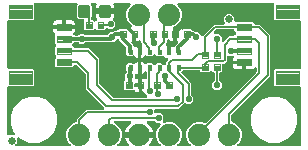
<source format=gtl>
G04 EAGLE Gerber RS-274X export*
G75*
%MOMM*%
%FSLAX34Y34*%
%LPD*%
%INTop Copper*%
%IPPOS*%
%AMOC8*
5,1,8,0,0,1.08239X$1,22.5*%
G01*
%ADD10C,0.635000*%
%ADD11C,0.096000*%
%ADD12C,0.102000*%
%ADD13C,1.879600*%
%ADD14C,0.300000*%
%ADD15C,0.101500*%
%ADD16C,0.304800*%
%ADD17C,0.558800*%
%ADD18C,0.152400*%

G36*
X55391Y2812D02*
X55391Y2812D01*
X55530Y2825D01*
X55549Y2832D01*
X55569Y2835D01*
X55698Y2886D01*
X55829Y2933D01*
X55846Y2944D01*
X55864Y2952D01*
X55977Y3033D01*
X56092Y3111D01*
X56105Y3127D01*
X56122Y3138D01*
X56211Y3246D01*
X56302Y3350D01*
X56312Y3368D01*
X56325Y3383D01*
X56384Y3509D01*
X56447Y3633D01*
X56451Y3653D01*
X56460Y3671D01*
X56486Y3808D01*
X56517Y3943D01*
X56516Y3964D01*
X56520Y3983D01*
X56511Y4122D01*
X56507Y4261D01*
X56501Y4281D01*
X56500Y4301D01*
X56457Y4433D01*
X56419Y4567D01*
X56408Y4584D01*
X56402Y4603D01*
X56327Y4721D01*
X56257Y4841D01*
X56239Y4862D01*
X56232Y4872D01*
X56217Y4886D01*
X56151Y4961D01*
X54455Y6657D01*
X52831Y10578D01*
X52831Y14822D01*
X54455Y18743D01*
X57457Y21745D01*
X60684Y23081D01*
X60709Y23096D01*
X60737Y23105D01*
X60847Y23174D01*
X60960Y23239D01*
X60981Y23259D01*
X61006Y23275D01*
X61095Y23370D01*
X61188Y23460D01*
X61204Y23485D01*
X61224Y23507D01*
X61287Y23620D01*
X61355Y23731D01*
X61363Y23759D01*
X61378Y23785D01*
X61410Y23911D01*
X61448Y24035D01*
X61450Y24065D01*
X61457Y24093D01*
X61467Y24254D01*
X61467Y26242D01*
X69008Y33783D01*
X83468Y33783D01*
X83606Y33800D01*
X83745Y33813D01*
X83764Y33820D01*
X83784Y33823D01*
X83913Y33874D01*
X84044Y33921D01*
X84061Y33932D01*
X84080Y33940D01*
X84192Y34021D01*
X84307Y34099D01*
X84321Y34115D01*
X84337Y34126D01*
X84426Y34234D01*
X84518Y34338D01*
X84527Y34356D01*
X84540Y34371D01*
X84599Y34497D01*
X84662Y34621D01*
X84667Y34641D01*
X84675Y34659D01*
X84701Y34795D01*
X84732Y34931D01*
X84731Y34952D01*
X84735Y34971D01*
X84726Y35110D01*
X84722Y35249D01*
X84717Y35269D01*
X84715Y35289D01*
X84672Y35421D01*
X84634Y35555D01*
X84623Y35572D01*
X84617Y35591D01*
X84543Y35709D01*
X84472Y35829D01*
X84454Y35850D01*
X84447Y35860D01*
X84432Y35874D01*
X84366Y35949D01*
X69087Y51228D01*
X69087Y63402D01*
X69075Y63500D01*
X69072Y63599D01*
X69055Y63658D01*
X69047Y63718D01*
X69011Y63810D01*
X68983Y63905D01*
X68953Y63957D01*
X68930Y64013D01*
X68872Y64094D01*
X68822Y64179D01*
X68756Y64254D01*
X68744Y64271D01*
X68734Y64279D01*
X68716Y64300D01*
X61520Y71496D01*
X61441Y71556D01*
X61369Y71624D01*
X61316Y71653D01*
X61268Y71690D01*
X61178Y71730D01*
X61091Y71778D01*
X61032Y71793D01*
X60977Y71817D01*
X60879Y71832D01*
X60783Y71857D01*
X60683Y71863D01*
X60663Y71867D01*
X60650Y71865D01*
X60622Y71867D01*
X60090Y71867D01*
X59972Y71852D01*
X59853Y71845D01*
X59815Y71832D01*
X59774Y71827D01*
X59664Y71784D01*
X59551Y71747D01*
X59516Y71725D01*
X59479Y71710D01*
X59383Y71641D01*
X59282Y71577D01*
X59254Y71547D01*
X59221Y71524D01*
X59145Y71432D01*
X59064Y71345D01*
X59044Y71310D01*
X59019Y71279D01*
X58968Y71171D01*
X58910Y71067D01*
X58900Y71027D01*
X58883Y70991D01*
X58861Y70874D01*
X58831Y70759D01*
X58827Y70699D01*
X58823Y70679D01*
X58824Y70675D01*
X57778Y69629D01*
X43822Y69629D01*
X42779Y70672D01*
X42779Y77128D01*
X43654Y78003D01*
X43727Y78097D01*
X43806Y78186D01*
X43824Y78222D01*
X43849Y78254D01*
X43896Y78363D01*
X43951Y78469D01*
X43959Y78508D01*
X43975Y78546D01*
X43994Y78663D01*
X44020Y78779D01*
X44019Y78820D01*
X44025Y78860D01*
X44014Y78978D01*
X44011Y79097D01*
X43999Y79136D01*
X43995Y79176D01*
X43955Y79288D01*
X43922Y79403D01*
X43902Y79438D01*
X43888Y79476D01*
X43821Y79574D01*
X43761Y79677D01*
X43721Y79722D01*
X43709Y79739D01*
X43694Y79752D01*
X43654Y79798D01*
X42779Y80672D01*
X42779Y87128D01*
X43654Y88003D01*
X43727Y88097D01*
X43806Y88186D01*
X43824Y88222D01*
X43849Y88254D01*
X43896Y88363D01*
X43951Y88469D01*
X43959Y88508D01*
X43975Y88546D01*
X43994Y88663D01*
X44020Y88779D01*
X44019Y88820D01*
X44025Y88860D01*
X44014Y88978D01*
X44011Y89097D01*
X43999Y89136D01*
X43995Y89176D01*
X43955Y89288D01*
X43922Y89403D01*
X43902Y89438D01*
X43888Y89476D01*
X43821Y89574D01*
X43761Y89677D01*
X43721Y89722D01*
X43709Y89739D01*
X43694Y89752D01*
X43654Y89798D01*
X42779Y90672D01*
X42779Y97134D01*
X42829Y97199D01*
X42908Y97288D01*
X42926Y97324D01*
X42951Y97356D01*
X42998Y97465D01*
X43052Y97571D01*
X43061Y97610D01*
X43077Y97648D01*
X43096Y97765D01*
X43122Y97881D01*
X43121Y97922D01*
X43127Y97962D01*
X43116Y98080D01*
X43112Y98199D01*
X43101Y98238D01*
X43097Y98278D01*
X43057Y98390D01*
X43024Y98505D01*
X43004Y98540D01*
X42990Y98578D01*
X42923Y98676D01*
X42863Y98779D01*
X42823Y98824D01*
X42811Y98841D01*
X42796Y98854D01*
X42756Y98899D01*
X42119Y99537D01*
X41717Y100232D01*
X41509Y101008D01*
X41509Y102401D01*
X50570Y102401D01*
X50688Y102416D01*
X50807Y102423D01*
X50814Y102425D01*
X50870Y102411D01*
X50930Y102407D01*
X50950Y102403D01*
X50970Y102405D01*
X51030Y102401D01*
X60091Y102401D01*
X60091Y101008D01*
X59883Y100232D01*
X59481Y99537D01*
X58844Y98899D01*
X58771Y98805D01*
X58692Y98716D01*
X58674Y98680D01*
X58649Y98648D01*
X58601Y98539D01*
X58547Y98432D01*
X58539Y98393D01*
X58523Y98356D01*
X58504Y98238D01*
X58478Y98122D01*
X58479Y98082D01*
X58473Y98042D01*
X58484Y97923D01*
X58488Y97804D01*
X58499Y97766D01*
X58503Y97726D01*
X58543Y97613D01*
X58576Y97499D01*
X58597Y97464D01*
X58610Y97426D01*
X58677Y97327D01*
X58738Y97225D01*
X58774Y97184D01*
X58776Y97180D01*
X58779Y97178D01*
X58789Y97163D01*
X58804Y97150D01*
X58844Y97104D01*
X58882Y97066D01*
X58960Y97006D01*
X59032Y96938D01*
X59085Y96909D01*
X59134Y96871D01*
X59224Y96832D01*
X59311Y96784D01*
X59370Y96769D01*
X59425Y96745D01*
X59523Y96730D01*
X59619Y96705D01*
X59719Y96699D01*
X59740Y96695D01*
X59752Y96696D01*
X59779Y96695D01*
X62481Y96695D01*
X62579Y96707D01*
X62678Y96710D01*
X62736Y96727D01*
X62796Y96735D01*
X62888Y96771D01*
X62983Y96799D01*
X63035Y96829D01*
X63092Y96852D01*
X63172Y96910D01*
X63257Y96960D01*
X63333Y97026D01*
X63349Y97038D01*
X63357Y97048D01*
X63378Y97066D01*
X64356Y98045D01*
X67724Y98045D01*
X68622Y97146D01*
X68700Y97086D01*
X68772Y97018D01*
X68825Y96989D01*
X68873Y96952D01*
X68964Y96912D01*
X69051Y96864D01*
X69109Y96849D01*
X69165Y96825D01*
X69263Y96810D01*
X69359Y96785D01*
X69459Y96779D01*
X69479Y96775D01*
X69491Y96777D01*
X69519Y96775D01*
X86691Y96775D01*
X86789Y96787D01*
X86888Y96790D01*
X86946Y96807D01*
X87006Y96815D01*
X87098Y96851D01*
X87193Y96879D01*
X87245Y96909D01*
X87302Y96932D01*
X87382Y96990D01*
X87467Y97040D01*
X87543Y97106D01*
X87559Y97118D01*
X87567Y97128D01*
X87588Y97146D01*
X89756Y99315D01*
X91027Y99315D01*
X91125Y99327D01*
X91224Y99330D01*
X91282Y99347D01*
X91342Y99355D01*
X91434Y99391D01*
X91529Y99419D01*
X91582Y99449D01*
X91638Y99472D01*
X91718Y99530D01*
X91803Y99580D01*
X91879Y99646D01*
X91895Y99658D01*
X91903Y99668D01*
X91924Y99686D01*
X92686Y100449D01*
X92771Y100558D01*
X92798Y100590D01*
X92887Y100585D01*
X95181Y100585D01*
X95279Y100597D01*
X95378Y100600D01*
X95436Y100617D01*
X95496Y100625D01*
X95588Y100661D01*
X95683Y100689D01*
X95736Y100719D01*
X95792Y100742D01*
X95872Y100800D01*
X95957Y100850D01*
X96033Y100916D01*
X96049Y100928D01*
X96057Y100938D01*
X96078Y100956D01*
X97182Y102061D01*
X103644Y102061D01*
X103709Y102011D01*
X103798Y101932D01*
X103834Y101914D01*
X103866Y101889D01*
X103975Y101842D01*
X104081Y101788D01*
X104120Y101779D01*
X104158Y101763D01*
X104275Y101744D01*
X104391Y101718D01*
X104432Y101719D01*
X104472Y101713D01*
X104590Y101724D01*
X104709Y101728D01*
X104748Y101739D01*
X104788Y101743D01*
X104900Y101783D01*
X105015Y101816D01*
X105049Y101836D01*
X105088Y101850D01*
X105186Y101917D01*
X105289Y101977D01*
X105334Y102017D01*
X105351Y102029D01*
X105364Y102044D01*
X105409Y102084D01*
X106047Y102721D01*
X106742Y103123D01*
X107495Y103325D01*
X107617Y103374D01*
X107742Y103419D01*
X107765Y103434D01*
X107790Y103445D01*
X107896Y103524D01*
X108005Y103598D01*
X108023Y103618D01*
X108045Y103634D01*
X108128Y103737D01*
X108216Y103836D01*
X108228Y103860D01*
X108245Y103881D01*
X108300Y104002D01*
X108360Y104120D01*
X108366Y104146D01*
X108378Y104170D01*
X108401Y104301D01*
X108430Y104430D01*
X108429Y104457D01*
X108434Y104483D01*
X108425Y104615D01*
X108420Y104748D01*
X108413Y104774D01*
X108411Y104801D01*
X108369Y104926D01*
X108332Y105053D01*
X108318Y105076D01*
X108310Y105102D01*
X108238Y105213D01*
X108171Y105327D01*
X108145Y105356D01*
X108137Y105369D01*
X108121Y105384D01*
X108064Y105448D01*
X105255Y108257D01*
X103631Y112178D01*
X103631Y116422D01*
X105255Y120343D01*
X106951Y122039D01*
X107036Y122148D01*
X107125Y122255D01*
X107133Y122274D01*
X107146Y122290D01*
X107201Y122418D01*
X107260Y122543D01*
X107264Y122563D01*
X107272Y122582D01*
X107294Y122720D01*
X107320Y122856D01*
X107319Y122876D01*
X107322Y122896D01*
X107309Y123035D01*
X107300Y123173D01*
X107294Y123192D01*
X107292Y123212D01*
X107245Y123344D01*
X107202Y123475D01*
X107191Y123493D01*
X107184Y123512D01*
X107106Y123627D01*
X107032Y123744D01*
X107017Y123758D01*
X107006Y123775D01*
X106902Y123867D01*
X106800Y123962D01*
X106783Y123972D01*
X106767Y123985D01*
X106643Y124049D01*
X106522Y124116D01*
X106502Y124121D01*
X106484Y124130D01*
X106348Y124160D01*
X106214Y124195D01*
X106186Y124197D01*
X106174Y124200D01*
X106153Y124199D01*
X106053Y124205D01*
X93757Y124205D01*
X93626Y124189D01*
X93494Y124178D01*
X93468Y124169D01*
X93442Y124165D01*
X93319Y124117D01*
X93193Y124073D01*
X93171Y124058D01*
X93146Y124048D01*
X93039Y123971D01*
X92929Y123897D01*
X92911Y123877D01*
X92889Y123862D01*
X92804Y123759D01*
X92716Y123661D01*
X92703Y123637D01*
X92686Y123617D01*
X92629Y123497D01*
X92568Y123379D01*
X92562Y123353D01*
X92550Y123329D01*
X92525Y123199D01*
X92495Y123070D01*
X92496Y123043D01*
X92491Y123017D01*
X92499Y122885D01*
X92501Y122752D01*
X92509Y122726D01*
X92510Y122699D01*
X92551Y122573D01*
X92587Y122446D01*
X92604Y122411D01*
X92608Y122397D01*
X92620Y122378D01*
X92658Y122301D01*
X92743Y122154D01*
X93019Y121126D01*
X93019Y119593D01*
X86708Y119593D01*
X86590Y119578D01*
X86471Y119571D01*
X86433Y119558D01*
X86393Y119553D01*
X86282Y119510D01*
X86169Y119473D01*
X86135Y119451D01*
X86097Y119436D01*
X86001Y119367D01*
X85900Y119303D01*
X85872Y119273D01*
X85840Y119250D01*
X85764Y119158D01*
X85682Y119071D01*
X85663Y119036D01*
X85637Y119005D01*
X85586Y118897D01*
X85529Y118793D01*
X85519Y118753D01*
X85501Y118717D01*
X85481Y118610D01*
X85477Y118640D01*
X85433Y118750D01*
X85397Y118863D01*
X85375Y118898D01*
X85360Y118935D01*
X85290Y119031D01*
X85227Y119132D01*
X85197Y119160D01*
X85173Y119193D01*
X85082Y119269D01*
X84995Y119350D01*
X84960Y119370D01*
X84928Y119395D01*
X84821Y119446D01*
X84716Y119504D01*
X84677Y119514D01*
X84641Y119531D01*
X84524Y119553D01*
X84408Y119583D01*
X84348Y119587D01*
X84328Y119591D01*
X84308Y119589D01*
X84248Y119593D01*
X77937Y119593D01*
X77937Y121126D01*
X78213Y122154D01*
X78298Y122301D01*
X78349Y122424D01*
X78406Y122543D01*
X78411Y122570D01*
X78421Y122594D01*
X78441Y122726D01*
X78465Y122856D01*
X78464Y122882D01*
X78468Y122909D01*
X78454Y123041D01*
X78446Y123173D01*
X78437Y123198D01*
X78435Y123225D01*
X78388Y123350D01*
X78348Y123475D01*
X78333Y123498D01*
X78324Y123523D01*
X78248Y123632D01*
X78178Y123744D01*
X78158Y123763D01*
X78143Y123785D01*
X78042Y123871D01*
X77946Y123962D01*
X77922Y123975D01*
X77902Y123993D01*
X77783Y124052D01*
X77667Y124116D01*
X77641Y124122D01*
X77617Y124134D01*
X77487Y124162D01*
X77359Y124195D01*
X77321Y124197D01*
X77306Y124201D01*
X77284Y124200D01*
X77199Y124205D01*
X74809Y124205D01*
X74671Y124188D01*
X74533Y124175D01*
X74514Y124168D01*
X74494Y124165D01*
X74364Y124114D01*
X74234Y124067D01*
X74217Y124056D01*
X74198Y124048D01*
X74086Y123967D01*
X73971Y123889D01*
X73957Y123873D01*
X73941Y123862D01*
X73852Y123754D01*
X73760Y123650D01*
X73751Y123632D01*
X73738Y123617D01*
X73679Y123491D01*
X73616Y123367D01*
X73611Y123347D01*
X73602Y123329D01*
X73576Y123192D01*
X73546Y123057D01*
X73546Y123036D01*
X73543Y123017D01*
X73551Y122878D01*
X73556Y122739D01*
X73561Y122719D01*
X73562Y122699D01*
X73605Y122567D01*
X73644Y122433D01*
X73654Y122416D01*
X73660Y122397D01*
X73735Y122279D01*
X73805Y122159D01*
X73824Y122138D01*
X73831Y122128D01*
X73846Y122114D01*
X73912Y122038D01*
X74209Y121742D01*
X74209Y112446D01*
X74112Y112350D01*
X74052Y112272D01*
X73984Y112200D01*
X73955Y112147D01*
X73918Y112099D01*
X73878Y112008D01*
X73830Y111921D01*
X73815Y111863D01*
X73791Y111807D01*
X73776Y111709D01*
X73751Y111613D01*
X73745Y111513D01*
X73741Y111493D01*
X73743Y111481D01*
X73741Y111453D01*
X73741Y110950D01*
X73756Y110832D01*
X73763Y110713D01*
X73776Y110675D01*
X73781Y110634D01*
X73824Y110524D01*
X73861Y110411D01*
X73883Y110376D01*
X73898Y110339D01*
X73967Y110243D01*
X74031Y110142D01*
X74061Y110114D01*
X74084Y110081D01*
X74176Y110005D01*
X74263Y109924D01*
X74298Y109904D01*
X74329Y109879D01*
X74437Y109828D01*
X74541Y109770D01*
X74581Y109760D01*
X74617Y109743D01*
X74734Y109721D01*
X74849Y109691D01*
X74909Y109687D01*
X74929Y109683D01*
X74933Y109684D01*
X75810Y108806D01*
X75904Y108733D01*
X75994Y108654D01*
X76030Y108636D01*
X76062Y108611D01*
X76171Y108564D01*
X76277Y108509D01*
X76316Y108501D01*
X76354Y108485D01*
X76471Y108466D01*
X76587Y108440D01*
X76628Y108441D01*
X76668Y108435D01*
X76786Y108446D01*
X76905Y108449D01*
X76944Y108461D01*
X76984Y108465D01*
X77097Y108505D01*
X77211Y108538D01*
X77245Y108558D01*
X77284Y108572D01*
X77382Y108639D01*
X77485Y108699D01*
X77530Y108739D01*
X77547Y108751D01*
X77560Y108766D01*
X77605Y108806D01*
X78483Y109684D01*
X78552Y109773D01*
X78628Y109856D01*
X78649Y109898D01*
X78678Y109935D01*
X78723Y110038D01*
X78775Y110138D01*
X78786Y110184D01*
X78805Y110227D01*
X78822Y110338D01*
X78848Y110447D01*
X78847Y110494D01*
X78855Y110541D01*
X78844Y110653D01*
X78842Y110765D01*
X78829Y110811D01*
X78825Y110858D01*
X78787Y110964D01*
X78757Y111072D01*
X78725Y111136D01*
X78717Y111157D01*
X78707Y111172D01*
X78685Y111216D01*
X78213Y112034D01*
X77937Y113062D01*
X77937Y114595D01*
X84248Y114595D01*
X84366Y114610D01*
X84485Y114617D01*
X84523Y114629D01*
X84563Y114635D01*
X84674Y114678D01*
X84787Y114715D01*
X84821Y114737D01*
X84859Y114752D01*
X84955Y114821D01*
X85056Y114885D01*
X85084Y114915D01*
X85116Y114938D01*
X85192Y115030D01*
X85274Y115117D01*
X85293Y115152D01*
X85319Y115183D01*
X85370Y115291D01*
X85427Y115395D01*
X85437Y115435D01*
X85455Y115471D01*
X85475Y115578D01*
X85479Y115548D01*
X85523Y115438D01*
X85559Y115325D01*
X85581Y115290D01*
X85596Y115253D01*
X85666Y115156D01*
X85729Y115056D01*
X85759Y115028D01*
X85783Y114995D01*
X85874Y114919D01*
X85961Y114838D01*
X85996Y114818D01*
X86028Y114793D01*
X86135Y114742D01*
X86240Y114684D01*
X86279Y114674D01*
X86315Y114657D01*
X86432Y114635D01*
X86548Y114605D01*
X86608Y114601D01*
X86628Y114597D01*
X86648Y114599D01*
X86708Y114595D01*
X93019Y114595D01*
X93019Y113062D01*
X92743Y112034D01*
X92433Y111496D01*
X92389Y111393D01*
X92338Y111292D01*
X92328Y111247D01*
X92309Y111203D01*
X92293Y111092D01*
X92268Y110982D01*
X92270Y110935D01*
X92263Y110888D01*
X92275Y110777D01*
X92278Y110664D01*
X92291Y110619D01*
X92296Y110572D01*
X92335Y110467D01*
X92366Y110359D01*
X92390Y110318D01*
X92407Y110274D01*
X92471Y110182D01*
X92528Y110085D01*
X92576Y110031D01*
X92588Y110013D01*
X92602Y110001D01*
X92634Y109964D01*
X94235Y108364D01*
X94235Y104996D01*
X91990Y102751D01*
X91905Y102642D01*
X91878Y102610D01*
X91789Y102615D01*
X88486Y102615D01*
X88145Y102956D01*
X88036Y103041D01*
X87929Y103130D01*
X87910Y103139D01*
X87894Y103151D01*
X87766Y103206D01*
X87641Y103266D01*
X87621Y103269D01*
X87602Y103277D01*
X87464Y103299D01*
X87328Y103325D01*
X87308Y103324D01*
X87288Y103327D01*
X87149Y103314D01*
X87011Y103306D01*
X86992Y103299D01*
X86972Y103297D01*
X86841Y103250D01*
X86709Y103208D01*
X86691Y103197D01*
X86672Y103190D01*
X86558Y103112D01*
X86440Y103037D01*
X86426Y103023D01*
X86409Y103011D01*
X86317Y102907D01*
X86222Y102806D01*
X86212Y102788D01*
X86199Y102773D01*
X86136Y102649D01*
X86068Y102527D01*
X86063Y102508D01*
X86054Y102490D01*
X86024Y102354D01*
X85989Y102219D01*
X85987Y102191D01*
X84936Y101139D01*
X78480Y101139D01*
X77605Y102014D01*
X77511Y102087D01*
X77422Y102166D01*
X77386Y102184D01*
X77354Y102209D01*
X77245Y102256D01*
X77139Y102311D01*
X77100Y102319D01*
X77062Y102335D01*
X76945Y102354D01*
X76829Y102380D01*
X76788Y102379D01*
X76748Y102385D01*
X76630Y102374D01*
X76511Y102371D01*
X76472Y102359D01*
X76432Y102355D01*
X76320Y102315D01*
X76205Y102282D01*
X76170Y102262D01*
X76132Y102248D01*
X76034Y102181D01*
X75931Y102121D01*
X75886Y102081D01*
X75869Y102069D01*
X75856Y102054D01*
X75810Y102014D01*
X74936Y101139D01*
X68480Y101139D01*
X67437Y102182D01*
X67437Y108638D01*
X67456Y108656D01*
X67541Y108766D01*
X67630Y108873D01*
X67639Y108892D01*
X67651Y108908D01*
X67706Y109035D01*
X67766Y109161D01*
X67769Y109181D01*
X67777Y109200D01*
X67799Y109337D01*
X67825Y109474D01*
X67824Y109494D01*
X67827Y109514D01*
X67814Y109652D01*
X67806Y109791D01*
X67799Y109810D01*
X67798Y109830D01*
X67751Y109961D01*
X67708Y110093D01*
X67697Y110110D01*
X67690Y110130D01*
X67612Y110245D01*
X67537Y110362D01*
X67523Y110376D01*
X67511Y110393D01*
X67407Y110485D01*
X67306Y110580D01*
X67288Y110590D01*
X67273Y110603D01*
X67149Y110667D01*
X67027Y110734D01*
X67008Y110739D01*
X66990Y110748D01*
X66854Y110778D01*
X66719Y110813D01*
X66691Y110815D01*
X66679Y110818D01*
X66659Y110817D01*
X66559Y110823D01*
X63290Y110823D01*
X61667Y112446D01*
X61667Y121742D01*
X61964Y122038D01*
X62049Y122148D01*
X62138Y122255D01*
X62147Y122274D01*
X62159Y122290D01*
X62214Y122418D01*
X62274Y122543D01*
X62277Y122563D01*
X62285Y122582D01*
X62307Y122720D01*
X62333Y122856D01*
X62332Y122876D01*
X62335Y122896D01*
X62322Y123035D01*
X62314Y123173D01*
X62307Y123192D01*
X62305Y123212D01*
X62258Y123343D01*
X62216Y123475D01*
X62205Y123493D01*
X62198Y123512D01*
X62120Y123626D01*
X62045Y123744D01*
X62031Y123758D01*
X62019Y123775D01*
X61915Y123867D01*
X61814Y123962D01*
X61796Y123972D01*
X61781Y123985D01*
X61657Y124048D01*
X61535Y124116D01*
X61516Y124121D01*
X61498Y124130D01*
X61362Y124160D01*
X61227Y124195D01*
X61199Y124197D01*
X61187Y124200D01*
X61167Y124199D01*
X61067Y124205D01*
X26590Y124205D01*
X26472Y124190D01*
X26353Y124183D01*
X26315Y124170D01*
X26274Y124165D01*
X26164Y124122D01*
X26051Y124085D01*
X26016Y124063D01*
X25979Y124048D01*
X25883Y123979D01*
X25782Y123915D01*
X25754Y123885D01*
X25721Y123862D01*
X25645Y123770D01*
X25564Y123683D01*
X25544Y123648D01*
X25519Y123617D01*
X25468Y123509D01*
X25410Y123405D01*
X25400Y123365D01*
X25383Y123329D01*
X25361Y123212D01*
X25331Y123097D01*
X25327Y123037D01*
X25323Y123017D01*
X25325Y122996D01*
X25321Y122936D01*
X25321Y110655D01*
X24295Y109629D01*
X4064Y109629D01*
X3946Y109614D01*
X3827Y109607D01*
X3789Y109594D01*
X3748Y109589D01*
X3638Y109546D01*
X3525Y109509D01*
X3490Y109487D01*
X3453Y109472D01*
X3357Y109403D01*
X3256Y109339D01*
X3228Y109309D01*
X3195Y109286D01*
X3119Y109194D01*
X3038Y109107D01*
X3018Y109072D01*
X2993Y109041D01*
X2942Y108933D01*
X2884Y108829D01*
X2874Y108789D01*
X2857Y108753D01*
X2835Y108636D01*
X2805Y108521D01*
X2801Y108461D01*
X2797Y108441D01*
X2799Y108420D01*
X2795Y108360D01*
X2795Y69440D01*
X2810Y69322D01*
X2817Y69203D01*
X2830Y69165D01*
X2835Y69124D01*
X2878Y69014D01*
X2915Y68901D01*
X2937Y68866D01*
X2952Y68829D01*
X3021Y68733D01*
X3085Y68632D01*
X3115Y68604D01*
X3138Y68571D01*
X3230Y68495D01*
X3317Y68414D01*
X3352Y68394D01*
X3383Y68369D01*
X3491Y68318D01*
X3595Y68260D01*
X3635Y68250D01*
X3671Y68233D01*
X3788Y68211D01*
X3903Y68181D01*
X3963Y68177D01*
X3983Y68173D01*
X4004Y68175D01*
X4064Y68171D01*
X24295Y68171D01*
X25321Y67145D01*
X25321Y54655D01*
X24295Y53629D01*
X4064Y53629D01*
X3946Y53614D01*
X3827Y53607D01*
X3789Y53594D01*
X3748Y53589D01*
X3638Y53546D01*
X3525Y53509D01*
X3490Y53487D01*
X3453Y53472D01*
X3357Y53403D01*
X3256Y53339D01*
X3228Y53309D01*
X3195Y53286D01*
X3119Y53194D01*
X3038Y53107D01*
X3018Y53072D01*
X2993Y53041D01*
X2942Y52933D01*
X2884Y52829D01*
X2874Y52789D01*
X2857Y52753D01*
X2835Y52636D01*
X2805Y52521D01*
X2801Y52461D01*
X2797Y52441D01*
X2799Y52420D01*
X2795Y52360D01*
X2795Y13335D01*
X2810Y13217D01*
X2817Y13098D01*
X2830Y13060D01*
X2835Y13019D01*
X2878Y12909D01*
X2915Y12796D01*
X2937Y12761D01*
X2952Y12724D01*
X3021Y12628D01*
X3085Y12527D01*
X3115Y12499D01*
X3138Y12466D01*
X3230Y12390D01*
X3317Y12309D01*
X3352Y12289D01*
X3383Y12264D01*
X3491Y12213D01*
X3595Y12155D01*
X3635Y12145D01*
X3671Y12128D01*
X3788Y12106D01*
X3903Y12076D01*
X3963Y12072D01*
X3983Y12068D01*
X4004Y12070D01*
X4064Y12066D01*
X8010Y12066D01*
X8148Y12083D01*
X8286Y12096D01*
X8305Y12103D01*
X8325Y12106D01*
X8454Y12157D01*
X8586Y12204D01*
X8602Y12215D01*
X8621Y12223D01*
X8734Y12304D01*
X8849Y12382D01*
X8862Y12398D01*
X8878Y12409D01*
X8967Y12517D01*
X9059Y12621D01*
X9068Y12639D01*
X9081Y12654D01*
X9140Y12780D01*
X9204Y12904D01*
X9208Y12924D01*
X9217Y12942D01*
X9243Y13079D01*
X9273Y13214D01*
X9273Y13235D01*
X9277Y13254D01*
X9268Y13393D01*
X9264Y13532D01*
X9258Y13552D01*
X9257Y13572D01*
X9214Y13704D01*
X9175Y13838D01*
X9165Y13855D01*
X9159Y13874D01*
X9084Y13992D01*
X9014Y14112D01*
X8995Y14133D01*
X8989Y14143D01*
X8974Y14157D01*
X8907Y14233D01*
X8819Y14321D01*
X5841Y21509D01*
X5841Y29291D01*
X8819Y36479D01*
X14321Y41981D01*
X21509Y44959D01*
X29291Y44959D01*
X36479Y41981D01*
X41981Y36479D01*
X44959Y29291D01*
X44959Y21509D01*
X41981Y14321D01*
X36479Y8819D01*
X29291Y5841D01*
X21509Y5841D01*
X14321Y8819D01*
X12962Y10177D01*
X12853Y10262D01*
X12746Y10351D01*
X12727Y10360D01*
X12711Y10372D01*
X12584Y10427D01*
X12458Y10487D01*
X12438Y10491D01*
X12419Y10499D01*
X12281Y10521D01*
X12145Y10547D01*
X12125Y10545D01*
X12105Y10548D01*
X11966Y10535D01*
X11828Y10527D01*
X11809Y10521D01*
X11789Y10519D01*
X11657Y10471D01*
X11526Y10429D01*
X11508Y10418D01*
X11489Y10411D01*
X11374Y10333D01*
X11257Y10259D01*
X11243Y10244D01*
X11226Y10232D01*
X11134Y10128D01*
X11039Y10027D01*
X11029Y10009D01*
X11016Y9994D01*
X10952Y9870D01*
X10885Y9748D01*
X10880Y9729D01*
X10871Y9711D01*
X10841Y9575D01*
X10806Y9441D01*
X10804Y9412D01*
X10801Y9400D01*
X10802Y9380D01*
X10796Y9280D01*
X10796Y5778D01*
X9979Y4961D01*
X9894Y4852D01*
X9805Y4745D01*
X9796Y4726D01*
X9784Y4710D01*
X9729Y4583D01*
X9669Y4457D01*
X9665Y4437D01*
X9657Y4418D01*
X9635Y4280D01*
X9609Y4144D01*
X9611Y4124D01*
X9608Y4104D01*
X9621Y3965D01*
X9629Y3827D01*
X9635Y3808D01*
X9637Y3788D01*
X9685Y3656D01*
X9727Y3525D01*
X9738Y3507D01*
X9745Y3488D01*
X9823Y3373D01*
X9897Y3256D01*
X9912Y3242D01*
X9924Y3225D01*
X10028Y3133D01*
X10129Y3038D01*
X10147Y3028D01*
X10162Y3015D01*
X10286Y2952D01*
X10408Y2884D01*
X10427Y2879D01*
X10445Y2870D01*
X10581Y2840D01*
X10715Y2805D01*
X10744Y2803D01*
X10756Y2800D01*
X10776Y2801D01*
X10876Y2795D01*
X55253Y2795D01*
X55391Y2812D01*
G37*
G36*
X250054Y2810D02*
X250054Y2810D01*
X250173Y2817D01*
X250211Y2830D01*
X250252Y2835D01*
X250362Y2878D01*
X250475Y2915D01*
X250510Y2937D01*
X250547Y2952D01*
X250643Y3021D01*
X250744Y3085D01*
X250772Y3115D01*
X250805Y3138D01*
X250881Y3230D01*
X250962Y3317D01*
X250982Y3352D01*
X251007Y3383D01*
X251058Y3491D01*
X251116Y3595D01*
X251126Y3635D01*
X251143Y3671D01*
X251165Y3788D01*
X251195Y3903D01*
X251199Y3963D01*
X251203Y3983D01*
X251201Y4004D01*
X251205Y4064D01*
X251205Y52360D01*
X251190Y52478D01*
X251183Y52597D01*
X251170Y52635D01*
X251165Y52676D01*
X251122Y52786D01*
X251085Y52899D01*
X251063Y52934D01*
X251048Y52971D01*
X250979Y53067D01*
X250915Y53168D01*
X250885Y53196D01*
X250862Y53229D01*
X250770Y53305D01*
X250683Y53386D01*
X250648Y53406D01*
X250617Y53431D01*
X250509Y53482D01*
X250405Y53540D01*
X250365Y53550D01*
X250329Y53567D01*
X250212Y53589D01*
X250097Y53619D01*
X250037Y53623D01*
X250017Y53627D01*
X249996Y53625D01*
X249936Y53629D01*
X229705Y53629D01*
X228679Y54655D01*
X228679Y67145D01*
X229705Y68171D01*
X249936Y68171D01*
X250054Y68186D01*
X250173Y68193D01*
X250211Y68206D01*
X250252Y68211D01*
X250362Y68254D01*
X250475Y68291D01*
X250510Y68313D01*
X250547Y68328D01*
X250643Y68397D01*
X250744Y68461D01*
X250772Y68491D01*
X250805Y68514D01*
X250881Y68606D01*
X250962Y68693D01*
X250982Y68728D01*
X251007Y68759D01*
X251058Y68867D01*
X251116Y68971D01*
X251126Y69011D01*
X251143Y69047D01*
X251165Y69164D01*
X251195Y69279D01*
X251199Y69339D01*
X251203Y69359D01*
X251201Y69380D01*
X251205Y69440D01*
X251205Y108360D01*
X251190Y108478D01*
X251183Y108597D01*
X251170Y108635D01*
X251165Y108676D01*
X251122Y108786D01*
X251085Y108899D01*
X251063Y108934D01*
X251048Y108971D01*
X250979Y109067D01*
X250915Y109168D01*
X250885Y109196D01*
X250862Y109229D01*
X250770Y109305D01*
X250683Y109386D01*
X250648Y109406D01*
X250617Y109431D01*
X250509Y109482D01*
X250405Y109540D01*
X250365Y109550D01*
X250329Y109567D01*
X250212Y109589D01*
X250097Y109619D01*
X250037Y109623D01*
X250017Y109627D01*
X249996Y109625D01*
X249936Y109629D01*
X229705Y109629D01*
X228679Y110655D01*
X228679Y122936D01*
X228664Y123054D01*
X228657Y123173D01*
X228644Y123211D01*
X228639Y123252D01*
X228596Y123362D01*
X228559Y123475D01*
X228537Y123510D01*
X228522Y123547D01*
X228453Y123643D01*
X228389Y123744D01*
X228359Y123772D01*
X228336Y123805D01*
X228244Y123881D01*
X228157Y123962D01*
X228122Y123982D01*
X228091Y124007D01*
X227983Y124058D01*
X227879Y124116D01*
X227839Y124126D01*
X227803Y124143D01*
X227686Y124165D01*
X227571Y124195D01*
X227511Y124199D01*
X227491Y124203D01*
X227470Y124201D01*
X227410Y124205D01*
X147947Y124205D01*
X147809Y124188D01*
X147670Y124175D01*
X147651Y124168D01*
X147631Y124165D01*
X147502Y124114D01*
X147371Y124067D01*
X147354Y124056D01*
X147336Y124048D01*
X147223Y123967D01*
X147108Y123889D01*
X147095Y123873D01*
X147078Y123862D01*
X146989Y123754D01*
X146898Y123650D01*
X146888Y123632D01*
X146875Y123617D01*
X146816Y123491D01*
X146753Y123367D01*
X146749Y123347D01*
X146740Y123329D01*
X146714Y123192D01*
X146683Y123057D01*
X146684Y123036D01*
X146680Y123017D01*
X146689Y122878D01*
X146693Y122739D01*
X146699Y122719D01*
X146700Y122699D01*
X146743Y122567D01*
X146781Y122433D01*
X146792Y122416D01*
X146798Y122397D01*
X146873Y122279D01*
X146943Y122159D01*
X146961Y122138D01*
X146968Y122128D01*
X146983Y122114D01*
X147049Y122039D01*
X148745Y120343D01*
X150369Y116422D01*
X150369Y112178D01*
X148745Y108257D01*
X145985Y105497D01*
X145900Y105388D01*
X145811Y105281D01*
X145803Y105262D01*
X145790Y105246D01*
X145735Y105118D01*
X145676Y104993D01*
X145672Y104973D01*
X145664Y104954D01*
X145642Y104816D01*
X145630Y104753D01*
X145582Y104771D01*
X145483Y104818D01*
X145434Y104827D01*
X145388Y104845D01*
X145278Y104857D01*
X145171Y104878D01*
X145121Y104875D01*
X145071Y104880D01*
X144963Y104865D01*
X144853Y104858D01*
X144806Y104843D01*
X144757Y104836D01*
X144604Y104784D01*
X144144Y104593D01*
X144119Y104578D01*
X144091Y104569D01*
X143981Y104500D01*
X143868Y104435D01*
X143847Y104415D01*
X143822Y104399D01*
X143733Y104305D01*
X143640Y104214D01*
X143624Y104189D01*
X143604Y104168D01*
X143541Y104054D01*
X143473Y103943D01*
X143465Y103915D01*
X143450Y103889D01*
X143418Y103764D01*
X143380Y103639D01*
X143378Y103610D01*
X143371Y103581D01*
X143361Y103420D01*
X143361Y98020D01*
X143376Y97902D01*
X143383Y97783D01*
X143385Y97776D01*
X143371Y97720D01*
X143367Y97660D01*
X143363Y97640D01*
X143365Y97620D01*
X143361Y97560D01*
X143361Y92249D01*
X141968Y92249D01*
X141192Y92457D01*
X140497Y92859D01*
X140208Y93148D01*
X140130Y93208D01*
X140058Y93276D01*
X140005Y93305D01*
X139957Y93342D01*
X139866Y93382D01*
X139779Y93430D01*
X139721Y93445D01*
X139665Y93469D01*
X139567Y93484D01*
X139471Y93509D01*
X139371Y93515D01*
X139351Y93519D01*
X139339Y93517D01*
X139311Y93519D01*
X139112Y93519D01*
X138994Y93504D01*
X138875Y93497D01*
X138837Y93484D01*
X138796Y93479D01*
X138686Y93436D01*
X138573Y93399D01*
X138538Y93377D01*
X138501Y93362D01*
X138405Y93293D01*
X138304Y93229D01*
X138276Y93199D01*
X138243Y93176D01*
X138167Y93084D01*
X138086Y92997D01*
X138066Y92962D01*
X138041Y92931D01*
X137990Y92823D01*
X137932Y92719D01*
X137922Y92679D01*
X137905Y92643D01*
X137883Y92526D01*
X137853Y92411D01*
X137849Y92351D01*
X137845Y92331D01*
X137847Y92310D01*
X137843Y92250D01*
X137843Y90518D01*
X137374Y90049D01*
X137289Y89940D01*
X137200Y89833D01*
X137192Y89814D01*
X137179Y89798D01*
X137124Y89670D01*
X137065Y89545D01*
X137061Y89525D01*
X137053Y89506D01*
X137031Y89368D01*
X137005Y89232D01*
X137006Y89212D01*
X137003Y89192D01*
X137016Y89053D01*
X137025Y88915D01*
X137031Y88896D01*
X137033Y88876D01*
X137080Y88745D01*
X137123Y88613D01*
X137134Y88595D01*
X137140Y88576D01*
X137218Y88462D01*
X137293Y88344D01*
X137308Y88330D01*
X137319Y88313D01*
X137423Y88221D01*
X137525Y88126D01*
X137542Y88116D01*
X137557Y88103D01*
X137681Y88040D01*
X137803Y87972D01*
X137823Y87967D01*
X137841Y87958D01*
X137977Y87928D01*
X138111Y87893D01*
X138139Y87891D01*
X138151Y87888D01*
X138171Y87889D01*
X138211Y87887D01*
X138211Y82842D01*
X138226Y82724D01*
X138233Y82605D01*
X138245Y82567D01*
X138250Y82527D01*
X138294Y82416D01*
X138331Y82303D01*
X138353Y82269D01*
X138367Y82231D01*
X138437Y82135D01*
X138501Y82034D01*
X138531Y82006D01*
X138554Y81974D01*
X138646Y81898D01*
X138733Y81816D01*
X138768Y81797D01*
X138799Y81771D01*
X138907Y81720D01*
X139011Y81663D01*
X139050Y81653D01*
X139087Y81635D01*
X139204Y81613D01*
X139319Y81583D01*
X139379Y81579D01*
X139399Y81576D01*
X139400Y81576D01*
X139420Y81577D01*
X139480Y81573D01*
X139598Y81588D01*
X139717Y81595D01*
X139755Y81608D01*
X139796Y81613D01*
X139906Y81657D01*
X140020Y81693D01*
X140054Y81715D01*
X140091Y81730D01*
X140188Y81800D01*
X140288Y81864D01*
X140316Y81893D01*
X140349Y81917D01*
X140425Y82009D01*
X140506Y82095D01*
X140526Y82131D01*
X140552Y82162D01*
X140602Y82269D01*
X140660Y82374D01*
X140670Y82413D01*
X140687Y82449D01*
X140709Y82566D01*
X140739Y82682D01*
X140743Y82742D01*
X140747Y82762D01*
X140746Y82782D01*
X140749Y82842D01*
X140749Y87883D01*
X141124Y87883D01*
X141899Y87675D01*
X142594Y87274D01*
X142718Y87149D01*
X142828Y87064D01*
X142935Y86975D01*
X142954Y86967D01*
X142970Y86954D01*
X143097Y86899D01*
X143223Y86840D01*
X143243Y86836D01*
X143262Y86828D01*
X143399Y86806D01*
X143536Y86780D01*
X143556Y86781D01*
X143576Y86778D01*
X143714Y86791D01*
X143853Y86800D01*
X143872Y86806D01*
X143892Y86808D01*
X144023Y86855D01*
X144155Y86898D01*
X144173Y86909D01*
X144192Y86916D01*
X144307Y86994D01*
X144424Y87068D01*
X144438Y87083D01*
X144455Y87094D01*
X144547Y87198D01*
X144642Y87300D01*
X144652Y87317D01*
X144665Y87333D01*
X144728Y87456D01*
X144796Y87578D01*
X144801Y87598D01*
X144810Y87616D01*
X144840Y87752D01*
X144869Y87861D01*
X147090Y90083D01*
X147175Y90192D01*
X147264Y90299D01*
X147273Y90318D01*
X147285Y90334D01*
X147341Y90462D01*
X147400Y90587D01*
X147403Y90607D01*
X147411Y90626D01*
X147433Y90764D01*
X147459Y90900D01*
X147458Y90920D01*
X147461Y90940D01*
X147448Y91079D01*
X147440Y91217D01*
X147433Y91236D01*
X147432Y91256D01*
X147384Y91388D01*
X147342Y91519D01*
X147331Y91537D01*
X147324Y91556D01*
X147246Y91671D01*
X147171Y91788D01*
X147157Y91802D01*
X147145Y91819D01*
X147041Y91911D01*
X146940Y92006D01*
X146922Y92016D01*
X146907Y92029D01*
X146783Y92093D01*
X146661Y92160D01*
X146642Y92165D01*
X146624Y92174D01*
X146488Y92204D01*
X146359Y92238D01*
X146359Y97560D01*
X146344Y97678D01*
X146337Y97797D01*
X146335Y97804D01*
X146349Y97860D01*
X146353Y97920D01*
X146357Y97940D01*
X146355Y97960D01*
X146359Y98020D01*
X146359Y103451D01*
X146414Y103420D01*
X146434Y103415D01*
X146452Y103406D01*
X146588Y103376D01*
X146722Y103341D01*
X146750Y103339D01*
X146762Y103336D01*
X146783Y103337D01*
X146883Y103331D01*
X147752Y103331D01*
X148528Y103123D01*
X149223Y102721D01*
X149861Y102084D01*
X149955Y102011D01*
X150044Y101932D01*
X150080Y101914D01*
X150112Y101889D01*
X150221Y101842D01*
X150327Y101787D01*
X150367Y101779D01*
X150404Y101763D01*
X150521Y101744D01*
X150637Y101718D01*
X150678Y101719D01*
X150718Y101713D01*
X150837Y101724D01*
X150955Y101728D01*
X150994Y101739D01*
X151034Y101743D01*
X151146Y101783D01*
X151261Y101816D01*
X151296Y101836D01*
X151334Y101850D01*
X151432Y101917D01*
X151535Y101978D01*
X151580Y102017D01*
X151597Y102029D01*
X151610Y102044D01*
X151629Y102061D01*
X158088Y102061D01*
X159192Y100956D01*
X159270Y100896D01*
X159342Y100828D01*
X159395Y100799D01*
X159443Y100762D01*
X159534Y100722D01*
X159621Y100674D01*
X159679Y100659D01*
X159735Y100635D01*
X159833Y100620D01*
X159929Y100595D01*
X160029Y100589D01*
X160049Y100585D01*
X160061Y100587D01*
X160089Y100585D01*
X161178Y100585D01*
X162076Y99686D01*
X162154Y99626D01*
X162226Y99558D01*
X162279Y99529D01*
X162327Y99492D01*
X162418Y99452D01*
X162505Y99404D01*
X162563Y99389D01*
X162619Y99365D01*
X162717Y99350D01*
X162813Y99325D01*
X162913Y99319D01*
X162933Y99315D01*
X162945Y99317D01*
X162973Y99315D01*
X164244Y99315D01*
X166909Y96649D01*
X167003Y96576D01*
X167093Y96497D01*
X167129Y96479D01*
X167161Y96454D01*
X167270Y96407D01*
X167376Y96353D01*
X167415Y96344D01*
X167452Y96328D01*
X167570Y96309D01*
X167686Y96283D01*
X167727Y96284D01*
X167767Y96278D01*
X167885Y96289D01*
X168004Y96293D01*
X168043Y96304D01*
X168083Y96308D01*
X168195Y96348D01*
X168310Y96381D01*
X168344Y96402D01*
X168382Y96415D01*
X168481Y96482D01*
X168584Y96543D01*
X168629Y96582D01*
X168646Y96594D01*
X168659Y96609D01*
X168704Y96649D01*
X177988Y105933D01*
X185706Y105933D01*
X185844Y105950D01*
X185982Y105963D01*
X186001Y105970D01*
X186021Y105973D01*
X186150Y106024D01*
X186281Y106071D01*
X186298Y106082D01*
X186317Y106090D01*
X186429Y106171D01*
X186545Y106249D01*
X186558Y106265D01*
X186574Y106276D01*
X186663Y106384D01*
X186755Y106488D01*
X186764Y106506D01*
X186777Y106521D01*
X186836Y106647D01*
X186900Y106771D01*
X186904Y106791D01*
X186913Y106809D01*
X186939Y106946D01*
X186969Y107081D01*
X186969Y107102D01*
X186973Y107121D01*
X186964Y107260D01*
X186960Y107399D01*
X186954Y107419D01*
X186953Y107439D01*
X186910Y107571D01*
X186871Y107705D01*
X186861Y107722D01*
X186855Y107741D01*
X186780Y107859D01*
X186710Y107979D01*
X186691Y108000D01*
X186685Y108010D01*
X186670Y108024D01*
X186603Y108099D01*
X186054Y108648D01*
X186054Y112331D01*
X188659Y114936D01*
X192341Y114936D01*
X194946Y112331D01*
X194946Y109440D01*
X194961Y109322D01*
X194968Y109203D01*
X194981Y109165D01*
X194986Y109124D01*
X195029Y109014D01*
X195066Y108901D01*
X195088Y108866D01*
X195103Y108829D01*
X195172Y108733D01*
X195236Y108632D01*
X195266Y108604D01*
X195289Y108571D01*
X195381Y108495D01*
X195468Y108414D01*
X195503Y108394D01*
X195534Y108369D01*
X195642Y108318D01*
X195746Y108260D01*
X195786Y108250D01*
X195822Y108233D01*
X195939Y108211D01*
X196054Y108181D01*
X196114Y108177D01*
X196134Y108173D01*
X196155Y108175D01*
X196215Y108171D01*
X210178Y108171D01*
X211231Y107117D01*
X211236Y107084D01*
X211243Y106965D01*
X211256Y106927D01*
X211261Y106886D01*
X211304Y106776D01*
X211341Y106663D01*
X211363Y106628D01*
X211378Y106591D01*
X211447Y106495D01*
X211511Y106394D01*
X211541Y106366D01*
X211564Y106333D01*
X211656Y106257D01*
X211743Y106176D01*
X211778Y106156D01*
X211809Y106131D01*
X211917Y106080D01*
X212021Y106022D01*
X212061Y106012D01*
X212097Y105995D01*
X212214Y105973D01*
X212329Y105943D01*
X212389Y105939D01*
X212409Y105935D01*
X212430Y105937D01*
X212490Y105933D01*
X216742Y105933D01*
X225553Y97122D01*
X225553Y62658D01*
X192904Y30010D01*
X192844Y29931D01*
X192776Y29859D01*
X192747Y29806D01*
X192710Y29758D01*
X192670Y29668D01*
X192622Y29581D01*
X192607Y29522D01*
X192583Y29467D01*
X192568Y29369D01*
X192543Y29273D01*
X192537Y29173D01*
X192533Y29153D01*
X192535Y29140D01*
X192533Y29112D01*
X192533Y24254D01*
X192536Y24225D01*
X192534Y24195D01*
X192556Y24067D01*
X192573Y23938D01*
X192583Y23911D01*
X192588Y23882D01*
X192642Y23763D01*
X192690Y23643D01*
X192707Y23619D01*
X192719Y23592D01*
X192800Y23490D01*
X192876Y23385D01*
X192899Y23366D01*
X192918Y23343D01*
X193021Y23265D01*
X193121Y23182D01*
X193148Y23170D01*
X193172Y23152D01*
X193316Y23081D01*
X196543Y21745D01*
X199545Y18743D01*
X201169Y14822D01*
X201169Y10578D01*
X199545Y6657D01*
X197849Y4961D01*
X197764Y4852D01*
X197675Y4745D01*
X197667Y4726D01*
X197654Y4710D01*
X197599Y4582D01*
X197540Y4457D01*
X197536Y4437D01*
X197528Y4418D01*
X197506Y4280D01*
X197480Y4144D01*
X197481Y4124D01*
X197478Y4104D01*
X197491Y3965D01*
X197500Y3827D01*
X197506Y3808D01*
X197508Y3788D01*
X197555Y3656D01*
X197598Y3525D01*
X197609Y3507D01*
X197616Y3488D01*
X197694Y3373D01*
X197768Y3256D01*
X197783Y3242D01*
X197794Y3225D01*
X197898Y3133D01*
X198000Y3038D01*
X198017Y3028D01*
X198033Y3015D01*
X198157Y2951D01*
X198278Y2884D01*
X198298Y2879D01*
X198316Y2870D01*
X198452Y2840D01*
X198586Y2805D01*
X198614Y2803D01*
X198626Y2800D01*
X198647Y2801D01*
X198747Y2795D01*
X249936Y2795D01*
X250054Y2810D01*
G37*
G36*
X156991Y2812D02*
X156991Y2812D01*
X157130Y2825D01*
X157149Y2832D01*
X157169Y2835D01*
X157298Y2886D01*
X157429Y2933D01*
X157446Y2944D01*
X157464Y2952D01*
X157577Y3033D01*
X157692Y3111D01*
X157705Y3127D01*
X157722Y3138D01*
X157811Y3246D01*
X157902Y3350D01*
X157912Y3368D01*
X157925Y3383D01*
X157984Y3509D01*
X158047Y3633D01*
X158051Y3653D01*
X158060Y3671D01*
X158086Y3808D01*
X158117Y3943D01*
X158116Y3964D01*
X158120Y3983D01*
X158111Y4122D01*
X158107Y4261D01*
X158101Y4281D01*
X158100Y4301D01*
X158057Y4433D01*
X158019Y4567D01*
X158008Y4584D01*
X158002Y4603D01*
X157927Y4721D01*
X157857Y4841D01*
X157839Y4862D01*
X157832Y4872D01*
X157817Y4886D01*
X157751Y4961D01*
X156055Y6657D01*
X154431Y10578D01*
X154431Y14822D01*
X156055Y18743D01*
X159057Y21745D01*
X162978Y23369D01*
X167222Y23369D01*
X169551Y22404D01*
X169580Y22396D01*
X169606Y22383D01*
X169733Y22354D01*
X169858Y22320D01*
X169887Y22320D01*
X169916Y22313D01*
X170046Y22317D01*
X170176Y22315D01*
X170205Y22322D01*
X170234Y22323D01*
X170359Y22359D01*
X170485Y22389D01*
X170511Y22403D01*
X170540Y22411D01*
X170651Y22477D01*
X170766Y22538D01*
X170788Y22558D01*
X170814Y22573D01*
X170934Y22679D01*
X213496Y65240D01*
X213556Y65319D01*
X213624Y65391D01*
X213653Y65444D01*
X213690Y65492D01*
X213730Y65582D01*
X213778Y65669D01*
X213793Y65728D01*
X213817Y65783D01*
X213832Y65881D01*
X213857Y65977D01*
X213863Y66077D01*
X213867Y66097D01*
X213865Y66110D01*
X213867Y66138D01*
X213867Y68459D01*
X213850Y68597D01*
X213837Y68735D01*
X213830Y68754D01*
X213827Y68774D01*
X213776Y68904D01*
X213729Y69034D01*
X213718Y69051D01*
X213710Y69070D01*
X213629Y69182D01*
X213551Y69297D01*
X213535Y69311D01*
X213524Y69327D01*
X213416Y69416D01*
X213312Y69508D01*
X213294Y69517D01*
X213279Y69530D01*
X213153Y69589D01*
X213029Y69653D01*
X213009Y69657D01*
X212991Y69666D01*
X212855Y69692D01*
X212719Y69722D01*
X212698Y69722D01*
X212679Y69725D01*
X212540Y69717D01*
X212401Y69712D01*
X212381Y69707D01*
X212361Y69706D01*
X212229Y69663D01*
X212095Y69624D01*
X212078Y69614D01*
X212059Y69608D01*
X211941Y69533D01*
X211821Y69463D01*
X211800Y69444D01*
X211790Y69437D01*
X211776Y69422D01*
X211700Y69356D01*
X211313Y68969D01*
X210618Y68567D01*
X209842Y68359D01*
X204699Y68359D01*
X204699Y73670D01*
X204684Y73788D01*
X204677Y73907D01*
X204664Y73945D01*
X204659Y73985D01*
X204616Y74096D01*
X204579Y74209D01*
X204557Y74243D01*
X204542Y74281D01*
X204473Y74377D01*
X204409Y74478D01*
X204379Y74506D01*
X204356Y74538D01*
X204264Y74614D01*
X204177Y74696D01*
X204142Y74715D01*
X204111Y74741D01*
X204067Y74761D01*
X204012Y74837D01*
X203949Y74938D01*
X203919Y74966D01*
X203895Y74999D01*
X203804Y75075D01*
X203717Y75156D01*
X203682Y75176D01*
X203650Y75201D01*
X203543Y75252D01*
X203438Y75310D01*
X203399Y75320D01*
X203363Y75337D01*
X203246Y75359D01*
X203130Y75389D01*
X203070Y75393D01*
X203050Y75397D01*
X203030Y75395D01*
X202970Y75399D01*
X193909Y75399D01*
X193909Y76792D01*
X194117Y77568D01*
X194281Y77851D01*
X194332Y77974D01*
X194389Y78093D01*
X194394Y78120D01*
X194404Y78145D01*
X194424Y78276D01*
X194449Y78406D01*
X194447Y78432D01*
X194451Y78459D01*
X194437Y78591D01*
X194429Y78723D01*
X194420Y78749D01*
X194418Y78775D01*
X194372Y78900D01*
X194331Y79025D01*
X194316Y79048D01*
X194307Y79074D01*
X194231Y79182D01*
X194161Y79294D01*
X194141Y79313D01*
X194126Y79335D01*
X194026Y79421D01*
X193929Y79512D01*
X193905Y79525D01*
X193885Y79543D01*
X193767Y79602D01*
X193650Y79666D01*
X193624Y79672D01*
X193600Y79684D01*
X193470Y79712D01*
X193343Y79745D01*
X193304Y79747D01*
X193289Y79751D01*
X193267Y79750D01*
X193182Y79755D01*
X189992Y79755D01*
X189874Y79740D01*
X189755Y79733D01*
X189717Y79720D01*
X189676Y79715D01*
X189566Y79672D01*
X189453Y79635D01*
X189418Y79613D01*
X189381Y79598D01*
X189285Y79529D01*
X189184Y79465D01*
X189156Y79435D01*
X189123Y79412D01*
X189047Y79320D01*
X188966Y79233D01*
X188946Y79198D01*
X188921Y79167D01*
X188870Y79059D01*
X188812Y78955D01*
X188802Y78915D01*
X188785Y78879D01*
X188763Y78762D01*
X188733Y78647D01*
X188729Y78587D01*
X188725Y78567D01*
X188727Y78546D01*
X188723Y78486D01*
X188723Y75358D01*
X186262Y72897D01*
X185800Y72897D01*
X185682Y72882D01*
X185563Y72875D01*
X185525Y72862D01*
X185484Y72857D01*
X185374Y72814D01*
X185261Y72777D01*
X185226Y72755D01*
X185189Y72740D01*
X185093Y72671D01*
X184992Y72607D01*
X184964Y72577D01*
X184931Y72554D01*
X184855Y72462D01*
X184774Y72375D01*
X184754Y72340D01*
X184729Y72309D01*
X184678Y72201D01*
X184620Y72097D01*
X184610Y72057D01*
X184593Y72021D01*
X184571Y71904D01*
X184541Y71789D01*
X184537Y71729D01*
X184533Y71709D01*
X184535Y71688D01*
X184531Y71628D01*
X184531Y66622D01*
X183477Y65569D01*
X183444Y65564D01*
X183325Y65557D01*
X183287Y65544D01*
X183246Y65539D01*
X183136Y65496D01*
X183023Y65459D01*
X182988Y65437D01*
X182951Y65422D01*
X182855Y65353D01*
X182754Y65289D01*
X182726Y65259D01*
X182693Y65236D01*
X182617Y65144D01*
X182536Y65057D01*
X182516Y65022D01*
X182491Y64991D01*
X182440Y64883D01*
X182382Y64779D01*
X182372Y64739D01*
X182355Y64703D01*
X182333Y64586D01*
X182303Y64471D01*
X182299Y64411D01*
X182295Y64391D01*
X182297Y64370D01*
X182293Y64310D01*
X182293Y58931D01*
X182305Y58833D01*
X182308Y58734D01*
X182325Y58676D01*
X182333Y58616D01*
X182369Y58524D01*
X182397Y58429D01*
X182427Y58377D01*
X182450Y58320D01*
X182508Y58240D01*
X182558Y58155D01*
X182624Y58079D01*
X182636Y58063D01*
X182646Y58055D01*
X182664Y58034D01*
X184405Y56294D01*
X184405Y52926D01*
X182024Y50545D01*
X178656Y50545D01*
X176275Y52926D01*
X176275Y56294D01*
X177856Y57874D01*
X177916Y57952D01*
X177984Y58024D01*
X178013Y58077D01*
X178050Y58125D01*
X178090Y58216D01*
X178138Y58303D01*
X178153Y58361D01*
X178177Y58417D01*
X178192Y58515D01*
X178217Y58611D01*
X178223Y58711D01*
X178227Y58731D01*
X178225Y58743D01*
X178227Y58771D01*
X178227Y64310D01*
X178212Y64428D01*
X178205Y64547D01*
X178192Y64585D01*
X178187Y64626D01*
X178144Y64736D01*
X178107Y64849D01*
X178085Y64884D01*
X178070Y64921D01*
X178001Y65017D01*
X177937Y65118D01*
X177907Y65146D01*
X177884Y65179D01*
X177792Y65255D01*
X177705Y65336D01*
X177670Y65356D01*
X177639Y65381D01*
X177531Y65432D01*
X177427Y65490D01*
X177387Y65500D01*
X177351Y65517D01*
X177234Y65539D01*
X177119Y65569D01*
X177059Y65573D01*
X177039Y65577D01*
X177035Y65576D01*
X176157Y66454D01*
X176063Y66527D01*
X175974Y66606D01*
X175938Y66624D01*
X175906Y66649D01*
X175797Y66696D01*
X175691Y66751D01*
X175652Y66759D01*
X175614Y66775D01*
X175497Y66794D01*
X175381Y66820D01*
X175340Y66819D01*
X175300Y66825D01*
X175182Y66814D01*
X175063Y66811D01*
X175024Y66799D01*
X174984Y66795D01*
X174872Y66755D01*
X174757Y66722D01*
X174722Y66702D01*
X174684Y66688D01*
X174586Y66621D01*
X174483Y66561D01*
X174438Y66521D01*
X174421Y66509D01*
X174408Y66494D01*
X174362Y66454D01*
X173488Y65579D01*
X167032Y65579D01*
X165674Y66938D01*
X165596Y66998D01*
X165524Y67066D01*
X165471Y67095D01*
X165423Y67132D01*
X165332Y67172D01*
X165245Y67220D01*
X165187Y67235D01*
X165131Y67259D01*
X165033Y67274D01*
X164937Y67299D01*
X164837Y67305D01*
X164817Y67309D01*
X164805Y67307D01*
X164777Y67309D01*
X151923Y67309D01*
X151825Y67297D01*
X151726Y67294D01*
X151667Y67277D01*
X151607Y67269D01*
X151515Y67233D01*
X151420Y67205D01*
X151368Y67175D01*
X151312Y67152D01*
X151232Y67094D01*
X151146Y67044D01*
X151071Y66978D01*
X151054Y66966D01*
X151046Y66956D01*
X151025Y66938D01*
X150424Y66336D01*
X150351Y66242D01*
X150272Y66153D01*
X150254Y66117D01*
X150229Y66085D01*
X150182Y65975D01*
X150127Y65869D01*
X150119Y65830D01*
X150102Y65793D01*
X150084Y65675D01*
X150058Y65559D01*
X150059Y65519D01*
X150053Y65479D01*
X150064Y65360D01*
X150067Y65241D01*
X150079Y65202D01*
X150082Y65162D01*
X150123Y65050D01*
X150156Y64936D01*
X150176Y64901D01*
X150190Y64863D01*
X150257Y64765D01*
X150317Y64662D01*
X150357Y64617D01*
X150369Y64600D01*
X150384Y64586D01*
X150424Y64541D01*
X156680Y58284D01*
X158243Y56722D01*
X158243Y47421D01*
X158255Y47323D01*
X158258Y47224D01*
X158275Y47166D01*
X158283Y47106D01*
X158319Y47014D01*
X158347Y46919D01*
X158377Y46867D01*
X158400Y46810D01*
X158458Y46730D01*
X158508Y46645D01*
X158574Y46569D01*
X158586Y46553D01*
X158596Y46545D01*
X158614Y46524D01*
X160275Y44864D01*
X160275Y41496D01*
X157894Y39115D01*
X154526Y39115D01*
X154401Y39241D01*
X154319Y39304D01*
X154260Y39360D01*
X154246Y39368D01*
X154217Y39393D01*
X154181Y39411D01*
X154149Y39436D01*
X154040Y39483D01*
X153986Y39511D01*
X153981Y39513D01*
X153981Y39514D01*
X153934Y39537D01*
X153895Y39546D01*
X153858Y39562D01*
X153740Y39581D01*
X153624Y39607D01*
X153583Y39606D01*
X153543Y39612D01*
X153425Y39601D01*
X153306Y39597D01*
X153267Y39586D01*
X153227Y39582D01*
X153115Y39542D01*
X153000Y39509D01*
X152966Y39488D01*
X152928Y39475D01*
X152890Y39449D01*
X152882Y39446D01*
X152836Y39412D01*
X152829Y39408D01*
X152726Y39347D01*
X152681Y39308D01*
X152664Y39296D01*
X152651Y39281D01*
X152634Y39266D01*
X152625Y39259D01*
X152621Y39254D01*
X152606Y39241D01*
X148162Y34797D01*
X128524Y34797D01*
X128406Y34782D01*
X128287Y34775D01*
X128249Y34762D01*
X128208Y34757D01*
X128098Y34714D01*
X127985Y34677D01*
X127950Y34655D01*
X127913Y34640D01*
X127817Y34571D01*
X127716Y34507D01*
X127688Y34477D01*
X127655Y34454D01*
X127579Y34362D01*
X127498Y34275D01*
X127478Y34240D01*
X127453Y34209D01*
X127402Y34101D01*
X127344Y33997D01*
X127334Y33957D01*
X127317Y33921D01*
X127295Y33804D01*
X127265Y33689D01*
X127261Y33629D01*
X127257Y33609D01*
X127259Y33588D01*
X127255Y33528D01*
X127255Y31927D01*
X127272Y31789D01*
X127285Y31651D01*
X127292Y31632D01*
X127295Y31612D01*
X127346Y31483D01*
X127393Y31351D01*
X127404Y31335D01*
X127412Y31316D01*
X127493Y31204D01*
X127572Y31088D01*
X127587Y31075D01*
X127598Y31059D01*
X127706Y30970D01*
X127810Y30878D01*
X127828Y30869D01*
X127843Y30856D01*
X127969Y30797D01*
X128093Y30733D01*
X128113Y30729D01*
X128131Y30720D01*
X128267Y30694D01*
X128404Y30664D01*
X128424Y30664D01*
X128443Y30661D01*
X128582Y30669D01*
X128721Y30674D01*
X128741Y30679D01*
X128761Y30680D01*
X128893Y30723D01*
X128933Y30735D01*
X132494Y30735D01*
X134875Y28354D01*
X134875Y24986D01*
X134714Y24826D01*
X134671Y24770D01*
X134621Y24722D01*
X134574Y24645D01*
X134519Y24574D01*
X134491Y24510D01*
X134455Y24451D01*
X134428Y24365D01*
X134393Y24282D01*
X134382Y24213D01*
X134361Y24147D01*
X134357Y24057D01*
X134343Y23968D01*
X134349Y23899D01*
X134346Y23829D01*
X134364Y23741D01*
X134373Y23652D01*
X134396Y23586D01*
X134410Y23518D01*
X134450Y23437D01*
X134480Y23352D01*
X134519Y23295D01*
X134550Y23232D01*
X134608Y23164D01*
X134659Y23089D01*
X134711Y23043D01*
X134756Y22990D01*
X134830Y22938D01*
X134897Y22879D01*
X134959Y22847D01*
X135016Y22807D01*
X135100Y22775D01*
X135180Y22734D01*
X135249Y22719D01*
X135314Y22694D01*
X135403Y22684D01*
X135491Y22665D01*
X135560Y22667D01*
X135630Y22659D01*
X135719Y22671D01*
X135809Y22674D01*
X135876Y22694D01*
X135945Y22703D01*
X136097Y22755D01*
X137578Y23369D01*
X141822Y23369D01*
X145743Y21745D01*
X148745Y18743D01*
X150369Y14822D01*
X150369Y10578D01*
X148745Y6657D01*
X147049Y4961D01*
X146964Y4852D01*
X146875Y4745D01*
X146867Y4726D01*
X146854Y4710D01*
X146799Y4582D01*
X146740Y4457D01*
X146736Y4437D01*
X146728Y4418D01*
X146706Y4280D01*
X146680Y4144D01*
X146681Y4124D01*
X146678Y4104D01*
X146691Y3965D01*
X146700Y3827D01*
X146706Y3808D01*
X146708Y3788D01*
X146755Y3656D01*
X146798Y3525D01*
X146809Y3507D01*
X146816Y3488D01*
X146894Y3373D01*
X146968Y3256D01*
X146983Y3242D01*
X146994Y3225D01*
X147098Y3133D01*
X147200Y3038D01*
X147217Y3028D01*
X147233Y3015D01*
X147357Y2951D01*
X147478Y2884D01*
X147498Y2879D01*
X147516Y2870D01*
X147652Y2840D01*
X147786Y2805D01*
X147814Y2803D01*
X147826Y2800D01*
X147847Y2801D01*
X147947Y2795D01*
X156853Y2795D01*
X156991Y2812D01*
G37*
G36*
X120102Y43960D02*
X120102Y43960D01*
X120241Y43973D01*
X120260Y43980D01*
X120280Y43983D01*
X120409Y44034D01*
X120540Y44081D01*
X120557Y44092D01*
X120576Y44100D01*
X120688Y44181D01*
X120803Y44259D01*
X120817Y44275D01*
X120833Y44286D01*
X120922Y44394D01*
X121014Y44498D01*
X121023Y44516D01*
X121036Y44531D01*
X121095Y44657D01*
X121158Y44781D01*
X121163Y44801D01*
X121172Y44819D01*
X121198Y44955D01*
X121228Y45091D01*
X121228Y45112D01*
X121231Y45131D01*
X121223Y45270D01*
X121218Y45409D01*
X121213Y45429D01*
X121212Y45449D01*
X121169Y45581D01*
X121130Y45715D01*
X121120Y45732D01*
X121114Y45751D01*
X121039Y45869D01*
X120969Y45989D01*
X120950Y46010D01*
X120943Y46020D01*
X120928Y46034D01*
X120862Y46109D01*
X119119Y47853D01*
X119110Y47918D01*
X119103Y48037D01*
X119090Y48075D01*
X119085Y48116D01*
X119042Y48226D01*
X119005Y48339D01*
X118983Y48374D01*
X118968Y48411D01*
X118899Y48507D01*
X118835Y48608D01*
X118805Y48636D01*
X118782Y48669D01*
X118690Y48745D01*
X118603Y48826D01*
X118568Y48846D01*
X118537Y48871D01*
X118429Y48922D01*
X118325Y48980D01*
X118285Y48990D01*
X118249Y49007D01*
X118132Y49029D01*
X118017Y49059D01*
X117957Y49063D01*
X117937Y49067D01*
X117916Y49065D01*
X117856Y49069D01*
X116989Y49069D01*
X116989Y54380D01*
X116974Y54498D01*
X116967Y54617D01*
X116965Y54624D01*
X116979Y54680D01*
X116983Y54740D01*
X116987Y54760D01*
X116985Y54780D01*
X116989Y54840D01*
X116989Y60151D01*
X118382Y60151D01*
X119172Y59939D01*
X119265Y59900D01*
X119385Y59843D01*
X119412Y59838D01*
X119436Y59828D01*
X119568Y59808D01*
X119698Y59783D01*
X119724Y59785D01*
X119751Y59781D01*
X119883Y59795D01*
X120015Y59803D01*
X120041Y59812D01*
X120067Y59814D01*
X120192Y59860D01*
X120317Y59901D01*
X120340Y59916D01*
X120365Y59925D01*
X120474Y60001D01*
X120586Y60071D01*
X120605Y60091D01*
X120627Y60106D01*
X120713Y60206D01*
X120804Y60303D01*
X120817Y60327D01*
X120835Y60347D01*
X120894Y60465D01*
X120958Y60582D01*
X120964Y60608D01*
X120976Y60632D01*
X121004Y60761D01*
X121037Y60889D01*
X121039Y60928D01*
X121043Y60943D01*
X121042Y60964D01*
X121047Y61050D01*
X121047Y65046D01*
X121029Y65191D01*
X121014Y65336D01*
X121009Y65348D01*
X121007Y65362D01*
X120954Y65497D01*
X120903Y65634D01*
X120895Y65645D01*
X120890Y65657D01*
X120805Y65775D01*
X120722Y65895D01*
X120712Y65904D01*
X120704Y65915D01*
X120591Y66008D01*
X120481Y66103D01*
X120469Y66109D01*
X120459Y66117D01*
X120327Y66179D01*
X120196Y66244D01*
X120183Y66247D01*
X120171Y66253D01*
X120029Y66280D01*
X119885Y66311D01*
X119872Y66310D01*
X119859Y66313D01*
X119713Y66304D01*
X119567Y66298D01*
X119555Y66294D01*
X119541Y66293D01*
X119403Y66248D01*
X119263Y66206D01*
X119251Y66199D01*
X119239Y66195D01*
X119115Y66117D01*
X118991Y66042D01*
X118981Y66032D01*
X118970Y66025D01*
X118870Y65918D01*
X118768Y65815D01*
X118758Y65799D01*
X118752Y65793D01*
X118744Y65778D01*
X118679Y65681D01*
X118562Y65478D01*
X117994Y64910D01*
X117299Y64509D01*
X116524Y64301D01*
X116149Y64301D01*
X116149Y69342D01*
X116149Y74383D01*
X116524Y74383D01*
X117299Y74175D01*
X117994Y73774D01*
X118562Y73206D01*
X118698Y72970D01*
X118774Y72870D01*
X118845Y72766D01*
X118870Y72743D01*
X118890Y72716D01*
X118989Y72638D01*
X119083Y72555D01*
X119113Y72540D01*
X119140Y72519D01*
X119254Y72468D01*
X119366Y72410D01*
X119399Y72403D01*
X119430Y72389D01*
X119554Y72368D01*
X119677Y72341D01*
X119710Y72342D01*
X119744Y72336D01*
X119869Y72347D01*
X119995Y72350D01*
X120027Y72360D01*
X120061Y72363D01*
X120179Y72404D01*
X120300Y72439D01*
X120329Y72456D01*
X120361Y72467D01*
X120466Y72536D01*
X120574Y72600D01*
X120611Y72633D01*
X120626Y72643D01*
X120640Y72659D01*
X120695Y72707D01*
X121101Y73113D01*
X125059Y73113D01*
X126282Y71889D01*
X126377Y71816D01*
X126466Y71738D01*
X126502Y71719D01*
X126534Y71694D01*
X126643Y71647D01*
X126749Y71593D01*
X126788Y71584D01*
X126826Y71568D01*
X126943Y71549D01*
X127059Y71523D01*
X127100Y71525D01*
X127140Y71518D01*
X127258Y71529D01*
X127377Y71533D01*
X127416Y71544D01*
X127456Y71548D01*
X127569Y71588D01*
X127683Y71621D01*
X127717Y71642D01*
X127756Y71656D01*
X127854Y71722D01*
X127957Y71783D01*
X128002Y71823D01*
X128019Y71834D01*
X128032Y71849D01*
X128077Y71889D01*
X129301Y73113D01*
X133259Y73113D01*
X134482Y71889D01*
X134577Y71816D01*
X134666Y71738D01*
X134702Y71719D01*
X134734Y71694D01*
X134843Y71647D01*
X134949Y71593D01*
X134988Y71584D01*
X135026Y71568D01*
X135143Y71549D01*
X135259Y71523D01*
X135300Y71525D01*
X135340Y71518D01*
X135458Y71529D01*
X135577Y71533D01*
X135616Y71544D01*
X135656Y71548D01*
X135769Y71588D01*
X135883Y71621D01*
X135917Y71642D01*
X135956Y71656D01*
X136054Y71722D01*
X136157Y71783D01*
X136202Y71823D01*
X136219Y71834D01*
X136232Y71849D01*
X136277Y71889D01*
X137076Y72687D01*
X137136Y72766D01*
X137204Y72838D01*
X137233Y72891D01*
X137270Y72939D01*
X137310Y73030D01*
X137358Y73116D01*
X137373Y73175D01*
X137397Y73230D01*
X137412Y73328D01*
X137437Y73424D01*
X137443Y73524D01*
X137447Y73545D01*
X137445Y73557D01*
X137447Y73585D01*
X137447Y74282D01*
X138800Y75635D01*
X138885Y75744D01*
X138974Y75851D01*
X138982Y75870D01*
X138995Y75886D01*
X139050Y76014D01*
X139109Y76139D01*
X139113Y76159D01*
X139121Y76178D01*
X139143Y76316D01*
X139169Y76452D01*
X139168Y76472D01*
X139171Y76492D01*
X139158Y76631D01*
X139149Y76769D01*
X139143Y76788D01*
X139141Y76808D01*
X139094Y76940D01*
X139051Y77071D01*
X139040Y77089D01*
X139034Y77108D01*
X138955Y77223D01*
X138881Y77340D01*
X138866Y77354D01*
X138855Y77371D01*
X138751Y77463D01*
X138649Y77558D01*
X138632Y77568D01*
X138617Y77581D01*
X138492Y77645D01*
X138371Y77712D01*
X138351Y77717D01*
X138333Y77726D01*
X138197Y77756D01*
X138063Y77791D01*
X138035Y77793D01*
X138023Y77796D01*
X138003Y77795D01*
X137902Y77801D01*
X137836Y77801D01*
X137061Y78009D01*
X136366Y78410D01*
X135798Y78978D01*
X135662Y79214D01*
X135586Y79314D01*
X135515Y79418D01*
X135490Y79441D01*
X135470Y79468D01*
X135371Y79546D01*
X135277Y79629D01*
X135247Y79644D01*
X135220Y79665D01*
X135106Y79716D01*
X134994Y79774D01*
X134961Y79781D01*
X134930Y79795D01*
X134806Y79816D01*
X134683Y79843D01*
X134650Y79842D01*
X134616Y79848D01*
X134491Y79837D01*
X134365Y79834D01*
X134333Y79824D01*
X134299Y79821D01*
X134181Y79780D01*
X134060Y79745D01*
X134031Y79728D01*
X133999Y79717D01*
X133894Y79648D01*
X133786Y79584D01*
X133749Y79551D01*
X133734Y79541D01*
X133720Y79525D01*
X133665Y79477D01*
X133259Y79071D01*
X129301Y79071D01*
X128077Y80295D01*
X127983Y80368D01*
X127894Y80446D01*
X127858Y80465D01*
X127826Y80490D01*
X127717Y80537D01*
X127611Y80591D01*
X127572Y80600D01*
X127534Y80616D01*
X127417Y80635D01*
X127301Y80661D01*
X127260Y80659D01*
X127220Y80666D01*
X127102Y80655D01*
X126983Y80651D01*
X126944Y80640D01*
X126904Y80636D01*
X126792Y80596D01*
X126677Y80563D01*
X126642Y80542D01*
X126604Y80528D01*
X126506Y80461D01*
X126403Y80401D01*
X126358Y80361D01*
X126341Y80350D01*
X126328Y80335D01*
X126282Y80295D01*
X125059Y79071D01*
X121101Y79071D01*
X120695Y79477D01*
X120596Y79554D01*
X120500Y79637D01*
X120470Y79652D01*
X120444Y79672D01*
X120328Y79722D01*
X120216Y79778D01*
X120183Y79785D01*
X120152Y79799D01*
X120027Y79818D01*
X119905Y79844D01*
X119871Y79843D01*
X119838Y79848D01*
X119712Y79837D01*
X119587Y79831D01*
X119555Y79822D01*
X119521Y79819D01*
X119403Y79776D01*
X119282Y79740D01*
X119253Y79722D01*
X119222Y79711D01*
X119118Y79641D01*
X119010Y79575D01*
X118987Y79551D01*
X118959Y79532D01*
X118876Y79438D01*
X118787Y79348D01*
X118760Y79308D01*
X118748Y79294D01*
X118738Y79275D01*
X118698Y79214D01*
X118562Y78978D01*
X117994Y78410D01*
X117299Y78009D01*
X116524Y77801D01*
X116149Y77801D01*
X116149Y82842D01*
X116149Y87964D01*
X116173Y87974D01*
X116304Y88021D01*
X116321Y88032D01*
X116340Y88040D01*
X116452Y88121D01*
X116567Y88199D01*
X116580Y88215D01*
X116597Y88226D01*
X116686Y88334D01*
X116778Y88438D01*
X116787Y88456D01*
X116800Y88471D01*
X116859Y88597D01*
X116922Y88721D01*
X116927Y88741D01*
X116935Y88759D01*
X116961Y88896D01*
X116992Y89031D01*
X116991Y89052D01*
X116995Y89071D01*
X116986Y89210D01*
X116982Y89349D01*
X116977Y89369D01*
X116975Y89389D01*
X116933Y89521D01*
X116894Y89655D01*
X116883Y89672D01*
X116877Y89691D01*
X116803Y89809D01*
X116732Y89929D01*
X116714Y89950D01*
X116707Y89960D01*
X116692Y89974D01*
X116626Y90049D01*
X116077Y90598D01*
X116077Y91413D01*
X116061Y91545D01*
X116050Y91677D01*
X116041Y91702D01*
X116037Y91729D01*
X115989Y91852D01*
X115945Y91977D01*
X115930Y92000D01*
X115920Y92025D01*
X115843Y92132D01*
X115769Y92242D01*
X115749Y92260D01*
X115734Y92282D01*
X115631Y92366D01*
X115533Y92455D01*
X115509Y92467D01*
X115489Y92485D01*
X115369Y92541D01*
X115252Y92603D01*
X115225Y92609D01*
X115201Y92620D01*
X115071Y92645D01*
X114942Y92675D01*
X114915Y92675D01*
X114889Y92680D01*
X114757Y92672D01*
X114624Y92669D01*
X114598Y92662D01*
X114571Y92660D01*
X114445Y92619D01*
X114318Y92584D01*
X114283Y92567D01*
X114269Y92562D01*
X114250Y92551D01*
X114173Y92512D01*
X114078Y92457D01*
X113302Y92249D01*
X111909Y92249D01*
X111909Y97560D01*
X111894Y97678D01*
X111887Y97797D01*
X111874Y97835D01*
X111869Y97875D01*
X111826Y97986D01*
X111789Y98099D01*
X111767Y98133D01*
X111752Y98171D01*
X111683Y98267D01*
X111619Y98368D01*
X111589Y98396D01*
X111566Y98428D01*
X111474Y98504D01*
X111387Y98586D01*
X111352Y98605D01*
X111321Y98631D01*
X111213Y98682D01*
X111109Y98739D01*
X111069Y98749D01*
X111033Y98767D01*
X110916Y98789D01*
X110801Y98819D01*
X110741Y98823D01*
X110721Y98826D01*
X110700Y98825D01*
X110640Y98829D01*
X110180Y98829D01*
X110062Y98814D01*
X109943Y98807D01*
X109905Y98794D01*
X109864Y98789D01*
X109754Y98745D01*
X109641Y98709D01*
X109606Y98687D01*
X109569Y98672D01*
X109472Y98602D01*
X109372Y98539D01*
X109344Y98509D01*
X109311Y98485D01*
X109235Y98394D01*
X109154Y98307D01*
X109134Y98272D01*
X109109Y98240D01*
X109058Y98133D01*
X109000Y98028D01*
X108990Y97989D01*
X108973Y97953D01*
X108951Y97836D01*
X108921Y97720D01*
X108917Y97660D01*
X108913Y97640D01*
X108915Y97620D01*
X108911Y97560D01*
X108911Y92229D01*
X108801Y92219D01*
X108782Y92212D01*
X108762Y92209D01*
X108632Y92158D01*
X108502Y92111D01*
X108485Y92100D01*
X108466Y92092D01*
X108354Y92011D01*
X108239Y91933D01*
X108225Y91917D01*
X108209Y91906D01*
X108120Y91798D01*
X108028Y91694D01*
X108019Y91676D01*
X108006Y91661D01*
X107947Y91535D01*
X107883Y91411D01*
X107879Y91391D01*
X107870Y91373D01*
X107844Y91236D01*
X107814Y91101D01*
X107814Y91080D01*
X107811Y91061D01*
X107819Y90922D01*
X107823Y90783D01*
X107829Y90763D01*
X107830Y90743D01*
X107873Y90611D01*
X107912Y90477D01*
X107922Y90460D01*
X107928Y90441D01*
X108003Y90323D01*
X108073Y90203D01*
X108092Y90182D01*
X108099Y90172D01*
X108114Y90158D01*
X108180Y90083D01*
X109475Y88788D01*
X109475Y88047D01*
X109492Y87909D01*
X109505Y87770D01*
X109512Y87751D01*
X109515Y87731D01*
X109566Y87602D01*
X109613Y87471D01*
X109624Y87454D01*
X109632Y87436D01*
X109713Y87323D01*
X109791Y87208D01*
X109807Y87195D01*
X109818Y87178D01*
X109926Y87089D01*
X110030Y86998D01*
X110048Y86988D01*
X110063Y86975D01*
X110189Y86916D01*
X110313Y86853D01*
X110333Y86849D01*
X110351Y86840D01*
X110488Y86814D01*
X110623Y86783D01*
X110644Y86784D01*
X110663Y86780D01*
X110802Y86789D01*
X110941Y86793D01*
X110961Y86799D01*
X110981Y86800D01*
X111113Y86843D01*
X111247Y86881D01*
X111264Y86892D01*
X111283Y86898D01*
X111401Y86972D01*
X111521Y87043D01*
X111542Y87062D01*
X111552Y87068D01*
X111566Y87083D01*
X111642Y87149D01*
X111766Y87274D01*
X112461Y87675D01*
X113236Y87883D01*
X113611Y87883D01*
X113611Y82842D01*
X113611Y77801D01*
X113236Y77801D01*
X112461Y78009D01*
X111766Y78410D01*
X111198Y78978D01*
X111062Y79214D01*
X110986Y79314D01*
X110915Y79419D01*
X110890Y79441D01*
X110870Y79468D01*
X110771Y79546D01*
X110677Y79629D01*
X110647Y79644D01*
X110620Y79665D01*
X110505Y79716D01*
X110393Y79774D01*
X110361Y79781D01*
X110330Y79795D01*
X110206Y79816D01*
X110083Y79843D01*
X110050Y79842D01*
X110016Y79848D01*
X109891Y79837D01*
X109765Y79834D01*
X109733Y79824D01*
X109699Y79821D01*
X109581Y79780D01*
X109460Y79745D01*
X109431Y79728D01*
X109399Y79717D01*
X109294Y79648D01*
X109186Y79584D01*
X109149Y79551D01*
X109134Y79541D01*
X109119Y79525D01*
X109065Y79477D01*
X108659Y79071D01*
X104701Y79071D01*
X103659Y80113D01*
X103659Y85860D01*
X103665Y85898D01*
X103691Y86014D01*
X103690Y86054D01*
X103697Y86094D01*
X103685Y86213D01*
X103682Y86332D01*
X103671Y86371D01*
X103667Y86411D01*
X103627Y86523D01*
X103593Y86637D01*
X103573Y86672D01*
X103559Y86710D01*
X103492Y86809D01*
X103432Y86911D01*
X103392Y86956D01*
X103381Y86973D01*
X103366Y86987D01*
X103325Y87032D01*
X97600Y92758D01*
X97583Y92816D01*
X97575Y92876D01*
X97539Y92968D01*
X97512Y93063D01*
X97481Y93115D01*
X97458Y93172D01*
X97400Y93252D01*
X97350Y93337D01*
X97283Y93413D01*
X97272Y93429D01*
X97262Y93437D01*
X97244Y93458D01*
X97218Y93484D01*
X97124Y93557D01*
X97034Y93636D01*
X96999Y93654D01*
X96967Y93679D01*
X96857Y93726D01*
X96751Y93780D01*
X96712Y93789D01*
X96675Y93805D01*
X96557Y93824D01*
X96441Y93850D01*
X96401Y93849D01*
X96361Y93855D01*
X96242Y93844D01*
X96123Y93840D01*
X96084Y93829D01*
X96044Y93826D01*
X95932Y93785D01*
X95817Y93752D01*
X95783Y93732D01*
X95745Y93718D01*
X95646Y93651D01*
X95543Y93591D01*
X95499Y93551D01*
X95482Y93540D01*
X95468Y93524D01*
X95423Y93484D01*
X93124Y91185D01*
X69519Y91185D01*
X69421Y91173D01*
X69322Y91170D01*
X69264Y91153D01*
X69204Y91145D01*
X69112Y91109D01*
X69017Y91081D01*
X68965Y91051D01*
X68908Y91028D01*
X68828Y90970D01*
X68743Y90920D01*
X68667Y90854D01*
X68651Y90842D01*
X68643Y90832D01*
X68622Y90814D01*
X67724Y89915D01*
X64356Y89915D01*
X63538Y90734D01*
X63460Y90794D01*
X63388Y90862D01*
X63335Y90891D01*
X63287Y90928D01*
X63196Y90968D01*
X63109Y91016D01*
X63051Y91031D01*
X62995Y91055D01*
X62897Y91070D01*
X62801Y91095D01*
X62701Y91101D01*
X62681Y91105D01*
X62669Y91103D01*
X62641Y91105D01*
X59779Y91105D01*
X59681Y91093D01*
X59582Y91090D01*
X59524Y91073D01*
X59464Y91065D01*
X59372Y91029D01*
X59277Y91001D01*
X59224Y90971D01*
X59168Y90948D01*
X59088Y90890D01*
X59003Y90840D01*
X58927Y90774D01*
X58911Y90762D01*
X58903Y90752D01*
X58882Y90734D01*
X57946Y89798D01*
X57873Y89704D01*
X57794Y89614D01*
X57776Y89578D01*
X57751Y89546D01*
X57704Y89437D01*
X57649Y89331D01*
X57641Y89292D01*
X57625Y89254D01*
X57606Y89137D01*
X57580Y89021D01*
X57581Y88980D01*
X57575Y88940D01*
X57586Y88822D01*
X57589Y88703D01*
X57601Y88664D01*
X57605Y88624D01*
X57645Y88511D01*
X57678Y88397D01*
X57698Y88363D01*
X57712Y88324D01*
X57779Y88226D01*
X57839Y88123D01*
X57879Y88078D01*
X57891Y88061D01*
X57906Y88048D01*
X57946Y88003D01*
X58831Y87117D01*
X58836Y87084D01*
X58843Y86965D01*
X58856Y86927D01*
X58861Y86886D01*
X58904Y86776D01*
X58941Y86663D01*
X58963Y86628D01*
X58978Y86591D01*
X59047Y86495D01*
X59111Y86394D01*
X59141Y86366D01*
X59164Y86333D01*
X59256Y86257D01*
X59343Y86176D01*
X59378Y86156D01*
X59409Y86131D01*
X59517Y86080D01*
X59621Y86022D01*
X59661Y86012D01*
X59697Y85995D01*
X59814Y85973D01*
X59929Y85943D01*
X59989Y85939D01*
X60009Y85935D01*
X60030Y85937D01*
X60090Y85933D01*
X71882Y85933D01*
X80773Y77042D01*
X80773Y55978D01*
X80785Y55880D01*
X80788Y55781D01*
X80805Y55722D01*
X80813Y55662D01*
X80849Y55570D01*
X80877Y55475D01*
X80907Y55423D01*
X80930Y55367D01*
X80988Y55286D01*
X81038Y55201D01*
X81104Y55126D01*
X81116Y55109D01*
X81126Y55101D01*
X81144Y55080D01*
X91910Y44314D01*
X91989Y44254D01*
X92061Y44186D01*
X92114Y44157D01*
X92162Y44120D01*
X92252Y44080D01*
X92339Y44032D01*
X92398Y44017D01*
X92453Y43993D01*
X92551Y43978D01*
X92647Y43953D01*
X92747Y43947D01*
X92767Y43943D01*
X92780Y43945D01*
X92808Y43943D01*
X119965Y43943D01*
X120102Y43960D01*
G37*
%LPC*%
G36*
X224709Y5841D02*
X224709Y5841D01*
X217521Y8819D01*
X212019Y14321D01*
X209041Y21509D01*
X209041Y29291D01*
X212019Y36479D01*
X217521Y41981D01*
X224709Y44959D01*
X232491Y44959D01*
X239679Y41981D01*
X245181Y36479D01*
X248159Y29291D01*
X248159Y21509D01*
X245181Y14321D01*
X239679Y8819D01*
X232491Y5841D01*
X224709Y5841D01*
G37*
%LPD*%
%LPC*%
G36*
X112598Y49069D02*
X112598Y49069D01*
X111822Y49277D01*
X111127Y49679D01*
X110489Y50316D01*
X110395Y50389D01*
X110306Y50468D01*
X110270Y50486D01*
X110238Y50511D01*
X110129Y50558D01*
X110023Y50613D01*
X109983Y50621D01*
X109946Y50637D01*
X109829Y50656D01*
X109713Y50682D01*
X109672Y50681D01*
X109632Y50687D01*
X109513Y50676D01*
X109395Y50672D01*
X109356Y50661D01*
X109316Y50657D01*
X109204Y50617D01*
X109089Y50584D01*
X109054Y50564D01*
X109016Y50550D01*
X108918Y50483D01*
X108815Y50422D01*
X108770Y50383D01*
X108753Y50371D01*
X108740Y50356D01*
X108721Y50339D01*
X102262Y50339D01*
X101219Y51382D01*
X101219Y57838D01*
X102374Y58992D01*
X102447Y59087D01*
X102526Y59176D01*
X102544Y59212D01*
X102569Y59244D01*
X102616Y59353D01*
X102671Y59459D01*
X102679Y59499D01*
X102695Y59536D01*
X102714Y59653D01*
X102740Y59769D01*
X102739Y59810D01*
X102745Y59850D01*
X102734Y59968D01*
X102730Y60087D01*
X102719Y60126D01*
X102715Y60166D01*
X102675Y60279D01*
X102642Y60393D01*
X102622Y60428D01*
X102615Y60445D01*
X102615Y63914D01*
X103514Y64812D01*
X103574Y64890D01*
X103642Y64962D01*
X103671Y65015D01*
X103708Y65063D01*
X103748Y65154D01*
X103796Y65241D01*
X103811Y65299D01*
X103835Y65355D01*
X103850Y65453D01*
X103875Y65549D01*
X103881Y65649D01*
X103885Y65669D01*
X103883Y65681D01*
X103885Y65709D01*
X103885Y65861D01*
X103873Y65959D01*
X103870Y66058D01*
X103853Y66117D01*
X103845Y66177D01*
X103809Y66269D01*
X103781Y66364D01*
X103751Y66416D01*
X103728Y66472D01*
X103670Y66552D01*
X103659Y66571D01*
X103659Y72071D01*
X104701Y73113D01*
X108659Y73113D01*
X109065Y72707D01*
X109164Y72630D01*
X109260Y72547D01*
X109290Y72532D01*
X109316Y72512D01*
X109432Y72462D01*
X109544Y72406D01*
X109577Y72399D01*
X109608Y72385D01*
X109733Y72366D01*
X109855Y72340D01*
X109889Y72341D01*
X109922Y72336D01*
X110048Y72347D01*
X110173Y72353D01*
X110205Y72362D01*
X110239Y72365D01*
X110358Y72408D01*
X110478Y72444D01*
X110506Y72462D01*
X110538Y72473D01*
X110642Y72544D01*
X110750Y72609D01*
X110773Y72633D01*
X110801Y72652D01*
X110884Y72746D01*
X110973Y72836D01*
X111000Y72876D01*
X111012Y72890D01*
X111022Y72909D01*
X111062Y72970D01*
X111198Y73206D01*
X111766Y73774D01*
X112461Y74175D01*
X113236Y74383D01*
X113611Y74383D01*
X113611Y69342D01*
X113611Y64301D01*
X113236Y64301D01*
X112342Y64541D01*
X112218Y64558D01*
X112094Y64581D01*
X112061Y64579D01*
X112027Y64584D01*
X111902Y64569D01*
X111777Y64562D01*
X111745Y64551D01*
X111711Y64547D01*
X111594Y64502D01*
X111475Y64464D01*
X111446Y64446D01*
X111415Y64434D01*
X111312Y64361D01*
X111206Y64293D01*
X111183Y64269D01*
X111155Y64249D01*
X111074Y64154D01*
X110988Y64062D01*
X110972Y64032D01*
X110950Y64007D01*
X110895Y63893D01*
X110834Y63783D01*
X110826Y63751D01*
X110811Y63720D01*
X110786Y63597D01*
X110755Y63475D01*
X110752Y63427D01*
X110748Y63409D01*
X110749Y63387D01*
X110745Y63315D01*
X110745Y61308D01*
X110761Y61183D01*
X110770Y61058D01*
X110780Y61026D01*
X110785Y60993D01*
X110831Y60876D01*
X110871Y60757D01*
X110889Y60728D01*
X110902Y60697D01*
X110975Y60595D01*
X111044Y60490D01*
X111069Y60467D01*
X111088Y60440D01*
X111185Y60359D01*
X111278Y60274D01*
X111307Y60258D01*
X111333Y60237D01*
X111447Y60183D01*
X111558Y60124D01*
X111591Y60116D01*
X111621Y60101D01*
X111745Y60078D01*
X111867Y60048D01*
X111900Y60048D01*
X111933Y60041D01*
X112059Y60049D01*
X112185Y60050D01*
X112233Y60060D01*
X112251Y60061D01*
X112271Y60068D01*
X112343Y60082D01*
X112598Y60151D01*
X113991Y60151D01*
X113991Y56109D01*
X111030Y56109D01*
X110912Y56094D01*
X110793Y56087D01*
X110755Y56074D01*
X110714Y56069D01*
X110604Y56026D01*
X110491Y55989D01*
X110456Y55967D01*
X110419Y55952D01*
X110323Y55883D01*
X110222Y55819D01*
X110194Y55789D01*
X110161Y55766D01*
X110085Y55674D01*
X110004Y55587D01*
X109984Y55552D01*
X109959Y55521D01*
X109908Y55413D01*
X109850Y55309D01*
X109840Y55269D01*
X109823Y55233D01*
X109801Y55116D01*
X109771Y55001D01*
X109767Y54941D01*
X109763Y54921D01*
X109764Y54916D01*
X109763Y54914D01*
X109764Y54897D01*
X109761Y54840D01*
X109761Y54380D01*
X109776Y54262D01*
X109783Y54143D01*
X109796Y54105D01*
X109801Y54064D01*
X109844Y53954D01*
X109881Y53841D01*
X109903Y53806D01*
X109918Y53769D01*
X109987Y53672D01*
X110051Y53572D01*
X110081Y53544D01*
X110104Y53511D01*
X110196Y53435D01*
X110283Y53354D01*
X110318Y53334D01*
X110349Y53309D01*
X110457Y53258D01*
X110561Y53200D01*
X110601Y53190D01*
X110637Y53173D01*
X110754Y53151D01*
X110869Y53121D01*
X110929Y53117D01*
X110949Y53113D01*
X110970Y53115D01*
X111030Y53111D01*
X113991Y53111D01*
X113991Y49069D01*
X112598Y49069D01*
G37*
%LPD*%
G36*
X104396Y2812D02*
X104396Y2812D01*
X104534Y2825D01*
X104553Y2832D01*
X104573Y2835D01*
X104702Y2886D01*
X104833Y2933D01*
X104850Y2944D01*
X104868Y2952D01*
X104981Y3033D01*
X105096Y3112D01*
X105110Y3127D01*
X105126Y3138D01*
X105215Y3246D01*
X105307Y3350D01*
X105316Y3368D01*
X105329Y3383D01*
X105388Y3509D01*
X105451Y3634D01*
X105456Y3653D01*
X105464Y3671D01*
X105490Y3808D01*
X105521Y3944D01*
X105520Y3964D01*
X105524Y3983D01*
X105515Y4122D01*
X105511Y4262D01*
X105505Y4281D01*
X105504Y4301D01*
X105461Y4433D01*
X105422Y4567D01*
X105412Y4584D01*
X105406Y4603D01*
X105331Y4721D01*
X105261Y4841D01*
X105242Y4862D01*
X105236Y4872D01*
X105221Y4886D01*
X105216Y4892D01*
X104089Y6443D01*
X103236Y8117D01*
X102655Y9904D01*
X102615Y10161D01*
X113030Y10161D01*
X113148Y10176D01*
X113267Y10183D01*
X113305Y10196D01*
X113345Y10201D01*
X113456Y10244D01*
X113569Y10281D01*
X113603Y10303D01*
X113641Y10318D01*
X113737Y10388D01*
X113838Y10451D01*
X113866Y10481D01*
X113898Y10504D01*
X113974Y10596D01*
X114056Y10683D01*
X114075Y10718D01*
X114101Y10749D01*
X114152Y10857D01*
X114209Y10961D01*
X114220Y11001D01*
X114237Y11037D01*
X114259Y11154D01*
X114289Y11269D01*
X114293Y11330D01*
X114297Y11350D01*
X114295Y11370D01*
X114299Y11430D01*
X114299Y13970D01*
X114284Y14088D01*
X114277Y14207D01*
X114264Y14245D01*
X114259Y14285D01*
X114215Y14396D01*
X114179Y14509D01*
X114157Y14544D01*
X114142Y14581D01*
X114072Y14677D01*
X114009Y14778D01*
X113979Y14806D01*
X113955Y14839D01*
X113864Y14914D01*
X113777Y14996D01*
X113742Y15016D01*
X113710Y15041D01*
X113603Y15092D01*
X113498Y15150D01*
X113459Y15160D01*
X113423Y15177D01*
X113306Y15199D01*
X113191Y15229D01*
X113130Y15233D01*
X113110Y15237D01*
X113090Y15235D01*
X113030Y15239D01*
X102615Y15239D01*
X102655Y15496D01*
X103236Y17283D01*
X104089Y18957D01*
X105194Y20478D01*
X106523Y21806D01*
X107259Y22341D01*
X107317Y22396D01*
X107381Y22442D01*
X107432Y22504D01*
X107490Y22559D01*
X107533Y22626D01*
X107584Y22687D01*
X107618Y22760D01*
X107661Y22827D01*
X107686Y22903D01*
X107719Y22975D01*
X107734Y23054D01*
X107759Y23130D01*
X107764Y23209D01*
X107779Y23288D01*
X107774Y23367D01*
X107779Y23447D01*
X107764Y23525D01*
X107759Y23605D01*
X107735Y23681D01*
X107720Y23760D01*
X107686Y23832D01*
X107661Y23907D01*
X107619Y23975D01*
X107585Y24047D01*
X107534Y24109D01*
X107491Y24176D01*
X107433Y24231D01*
X107382Y24293D01*
X107318Y24339D01*
X107260Y24394D01*
X107190Y24433D01*
X107125Y24480D01*
X107051Y24509D01*
X106981Y24548D01*
X106904Y24568D01*
X106829Y24597D01*
X106750Y24607D01*
X106673Y24627D01*
X106515Y24637D01*
X106514Y24637D01*
X106513Y24637D01*
X94341Y24637D01*
X94271Y24629D01*
X94202Y24630D01*
X94114Y24609D01*
X94025Y24597D01*
X93960Y24572D01*
X93892Y24555D01*
X93813Y24513D01*
X93729Y24480D01*
X93673Y24439D01*
X93611Y24407D01*
X93545Y24346D01*
X93472Y24294D01*
X93427Y24240D01*
X93376Y24193D01*
X93327Y24118D01*
X93269Y24049D01*
X93239Y23985D01*
X93201Y23927D01*
X93172Y23842D01*
X93134Y23761D01*
X93121Y23692D01*
X93098Y23626D01*
X93091Y23537D01*
X93074Y23449D01*
X93078Y23379D01*
X93073Y23309D01*
X93088Y23221D01*
X93094Y23131D01*
X93115Y23065D01*
X93127Y22996D01*
X93164Y22914D01*
X93192Y22829D01*
X93229Y22770D01*
X93258Y22706D01*
X93314Y22636D01*
X93362Y22560D01*
X93413Y22512D01*
X93456Y22458D01*
X93528Y22403D01*
X93593Y22342D01*
X93655Y22308D01*
X93710Y22266D01*
X93855Y22195D01*
X94943Y21745D01*
X97945Y18743D01*
X99569Y14822D01*
X99569Y10578D01*
X97945Y6657D01*
X96249Y4961D01*
X96164Y4852D01*
X96075Y4745D01*
X96067Y4726D01*
X96054Y4710D01*
X95999Y4582D01*
X95940Y4457D01*
X95936Y4437D01*
X95928Y4418D01*
X95906Y4280D01*
X95880Y4144D01*
X95881Y4124D01*
X95878Y4104D01*
X95891Y3965D01*
X95900Y3827D01*
X95906Y3808D01*
X95908Y3788D01*
X95955Y3656D01*
X95998Y3525D01*
X96009Y3507D01*
X96016Y3488D01*
X96094Y3373D01*
X96168Y3256D01*
X96183Y3242D01*
X96194Y3225D01*
X96298Y3133D01*
X96400Y3038D01*
X96417Y3028D01*
X96433Y3015D01*
X96557Y2951D01*
X96678Y2884D01*
X96698Y2879D01*
X96716Y2870D01*
X96852Y2840D01*
X96986Y2805D01*
X97014Y2803D01*
X97026Y2800D01*
X97047Y2801D01*
X97147Y2795D01*
X104257Y2795D01*
X104396Y2812D01*
G37*
G36*
X131591Y2812D02*
X131591Y2812D01*
X131730Y2825D01*
X131749Y2832D01*
X131769Y2835D01*
X131898Y2886D01*
X132029Y2933D01*
X132046Y2944D01*
X132064Y2952D01*
X132177Y3033D01*
X132292Y3111D01*
X132305Y3127D01*
X132322Y3138D01*
X132411Y3246D01*
X132502Y3350D01*
X132512Y3368D01*
X132525Y3383D01*
X132584Y3509D01*
X132647Y3633D01*
X132651Y3653D01*
X132660Y3671D01*
X132686Y3808D01*
X132717Y3943D01*
X132716Y3964D01*
X132720Y3983D01*
X132711Y4122D01*
X132707Y4261D01*
X132701Y4281D01*
X132700Y4301D01*
X132657Y4433D01*
X132619Y4567D01*
X132608Y4584D01*
X132602Y4603D01*
X132527Y4721D01*
X132457Y4841D01*
X132439Y4862D01*
X132432Y4872D01*
X132417Y4886D01*
X132351Y4961D01*
X130655Y6657D01*
X129031Y10578D01*
X129031Y14822D01*
X130655Y18743D01*
X132351Y20439D01*
X132436Y20548D01*
X132525Y20655D01*
X132533Y20674D01*
X132546Y20690D01*
X132601Y20818D01*
X132660Y20943D01*
X132664Y20963D01*
X132672Y20982D01*
X132694Y21120D01*
X132720Y21256D01*
X132719Y21276D01*
X132722Y21296D01*
X132709Y21435D01*
X132700Y21573D01*
X132694Y21592D01*
X132692Y21612D01*
X132645Y21744D01*
X132602Y21875D01*
X132591Y21893D01*
X132584Y21912D01*
X132506Y22027D01*
X132432Y22144D01*
X132417Y22158D01*
X132406Y22175D01*
X132302Y22267D01*
X132200Y22362D01*
X132183Y22372D01*
X132167Y22385D01*
X132043Y22449D01*
X131922Y22516D01*
X131902Y22521D01*
X131884Y22530D01*
X131748Y22560D01*
X131614Y22595D01*
X131586Y22597D01*
X131574Y22600D01*
X131553Y22599D01*
X131453Y22605D01*
X129126Y22605D01*
X127466Y24266D01*
X127388Y24326D01*
X127316Y24394D01*
X127263Y24423D01*
X127215Y24460D01*
X127124Y24500D01*
X127037Y24548D01*
X126979Y24563D01*
X126923Y24587D01*
X126825Y24602D01*
X126729Y24627D01*
X126629Y24633D01*
X126609Y24637D01*
X126597Y24635D01*
X126569Y24637D01*
X122087Y24637D01*
X122008Y24627D01*
X121929Y24627D01*
X121851Y24607D01*
X121772Y24597D01*
X121698Y24568D01*
X121621Y24548D01*
X121550Y24510D01*
X121476Y24480D01*
X121412Y24434D01*
X121342Y24395D01*
X121284Y24341D01*
X121219Y24294D01*
X121168Y24232D01*
X121110Y24178D01*
X121067Y24110D01*
X121016Y24049D01*
X120982Y23977D01*
X120939Y23909D01*
X120915Y23833D01*
X120881Y23761D01*
X120866Y23683D01*
X120841Y23607D01*
X120836Y23527D01*
X120821Y23449D01*
X120826Y23369D01*
X120821Y23289D01*
X120836Y23211D01*
X120841Y23131D01*
X120865Y23055D01*
X120880Y22977D01*
X120914Y22905D01*
X120939Y22829D01*
X120981Y22761D01*
X121015Y22689D01*
X121066Y22628D01*
X121109Y22560D01*
X121167Y22505D01*
X121217Y22444D01*
X121339Y22343D01*
X121340Y22342D01*
X121341Y22342D01*
X121341Y22341D01*
X122078Y21806D01*
X123406Y20478D01*
X124511Y18957D01*
X125364Y17283D01*
X125945Y15496D01*
X125985Y15239D01*
X115570Y15239D01*
X115452Y15224D01*
X115333Y15217D01*
X115295Y15204D01*
X115255Y15199D01*
X115144Y15156D01*
X115031Y15119D01*
X114997Y15097D01*
X114959Y15082D01*
X114863Y15012D01*
X114762Y14949D01*
X114734Y14919D01*
X114702Y14895D01*
X114626Y14804D01*
X114544Y14717D01*
X114525Y14682D01*
X114499Y14651D01*
X114448Y14543D01*
X114391Y14439D01*
X114380Y14399D01*
X114363Y14363D01*
X114341Y14246D01*
X114311Y14131D01*
X114307Y14070D01*
X114303Y14050D01*
X114305Y14030D01*
X114301Y13970D01*
X114301Y11430D01*
X114316Y11312D01*
X114323Y11193D01*
X114336Y11155D01*
X114341Y11114D01*
X114385Y11004D01*
X114421Y10891D01*
X114443Y10856D01*
X114458Y10819D01*
X114528Y10723D01*
X114591Y10622D01*
X114621Y10594D01*
X114645Y10561D01*
X114736Y10486D01*
X114823Y10404D01*
X114858Y10384D01*
X114890Y10359D01*
X114997Y10308D01*
X115102Y10250D01*
X115141Y10240D01*
X115177Y10223D01*
X115294Y10201D01*
X115409Y10171D01*
X115470Y10167D01*
X115490Y10163D01*
X115510Y10165D01*
X115570Y10161D01*
X125985Y10161D01*
X125945Y9904D01*
X125364Y8117D01*
X124511Y6443D01*
X123348Y4842D01*
X123339Y4826D01*
X123271Y4745D01*
X123263Y4726D01*
X123251Y4711D01*
X123195Y4583D01*
X123136Y4457D01*
X123132Y4437D01*
X123124Y4419D01*
X123102Y4281D01*
X123076Y4144D01*
X123077Y4125D01*
X123074Y4105D01*
X123087Y3966D01*
X123096Y3827D01*
X123102Y3808D01*
X123104Y3788D01*
X123151Y3657D01*
X123194Y3525D01*
X123205Y3508D01*
X123211Y3489D01*
X123289Y3374D01*
X123364Y3256D01*
X123379Y3242D01*
X123390Y3226D01*
X123494Y3134D01*
X123596Y3038D01*
X123613Y3028D01*
X123628Y3015D01*
X123752Y2952D01*
X123874Y2884D01*
X123894Y2879D01*
X123911Y2870D01*
X124047Y2840D01*
X124182Y2805D01*
X124210Y2803D01*
X124222Y2801D01*
X124242Y2801D01*
X124343Y2795D01*
X131453Y2795D01*
X131591Y2812D01*
G37*
G36*
X185732Y91296D02*
X185732Y91296D01*
X185871Y91300D01*
X185891Y91305D01*
X185911Y91307D01*
X186043Y91350D01*
X186177Y91388D01*
X186194Y91399D01*
X186213Y91405D01*
X186331Y91479D01*
X186451Y91550D01*
X186472Y91568D01*
X186482Y91575D01*
X186496Y91590D01*
X186571Y91656D01*
X189286Y94370D01*
X190848Y95933D01*
X193910Y95933D01*
X194028Y95948D01*
X194147Y95955D01*
X194185Y95968D01*
X194226Y95973D01*
X194336Y96016D01*
X194449Y96053D01*
X194484Y96075D01*
X194521Y96090D01*
X194617Y96159D01*
X194718Y96223D01*
X194746Y96253D01*
X194779Y96276D01*
X194855Y96368D01*
X194936Y96455D01*
X194956Y96490D01*
X194981Y96521D01*
X195032Y96629D01*
X195090Y96733D01*
X195100Y96773D01*
X195117Y96809D01*
X195139Y96926D01*
X195169Y97041D01*
X195173Y97101D01*
X195177Y97121D01*
X195176Y97125D01*
X196054Y98002D01*
X196127Y98096D01*
X196206Y98186D01*
X196224Y98222D01*
X196249Y98254D01*
X196296Y98363D01*
X196351Y98469D01*
X196359Y98508D01*
X196375Y98546D01*
X196394Y98663D01*
X196420Y98779D01*
X196419Y98820D01*
X196425Y98860D01*
X196414Y98978D01*
X196411Y99097D01*
X196399Y99136D01*
X196395Y99176D01*
X196355Y99289D01*
X196322Y99403D01*
X196302Y99437D01*
X196288Y99476D01*
X196221Y99574D01*
X196161Y99677D01*
X196121Y99722D01*
X196109Y99739D01*
X196094Y99752D01*
X196054Y99797D01*
X195169Y100683D01*
X195164Y100716D01*
X195157Y100835D01*
X195144Y100873D01*
X195139Y100914D01*
X195096Y101024D01*
X195059Y101137D01*
X195037Y101172D01*
X195022Y101209D01*
X194953Y101305D01*
X194889Y101406D01*
X194859Y101434D01*
X194836Y101467D01*
X194744Y101543D01*
X194657Y101624D01*
X194622Y101644D01*
X194591Y101669D01*
X194483Y101720D01*
X194379Y101778D01*
X194339Y101788D01*
X194303Y101805D01*
X194186Y101827D01*
X194071Y101857D01*
X194011Y101861D01*
X193991Y101865D01*
X193970Y101863D01*
X193910Y101867D01*
X180198Y101867D01*
X180100Y101855D01*
X180001Y101852D01*
X179942Y101835D01*
X179882Y101827D01*
X179790Y101791D01*
X179695Y101763D01*
X179643Y101733D01*
X179587Y101710D01*
X179506Y101652D01*
X179421Y101602D01*
X179346Y101536D01*
X179329Y101524D01*
X179321Y101514D01*
X179300Y101496D01*
X178016Y100211D01*
X177931Y100102D01*
X177842Y99995D01*
X177834Y99976D01*
X177821Y99960D01*
X177766Y99833D01*
X177707Y99707D01*
X177703Y99687D01*
X177695Y99668D01*
X177673Y99530D01*
X177647Y99394D01*
X177648Y99374D01*
X177645Y99354D01*
X177658Y99215D01*
X177667Y99077D01*
X177673Y99058D01*
X177675Y99038D01*
X177722Y98906D01*
X177765Y98775D01*
X177776Y98757D01*
X177782Y98738D01*
X177861Y98623D01*
X177935Y98506D01*
X177950Y98492D01*
X177961Y98475D01*
X178065Y98383D01*
X178167Y98288D01*
X178184Y98278D01*
X178199Y98265D01*
X178324Y98201D01*
X178445Y98134D01*
X178465Y98129D01*
X178483Y98120D01*
X178619Y98090D01*
X178753Y98055D01*
X178781Y98053D01*
X178793Y98050D01*
X178813Y98051D01*
X178914Y98045D01*
X182024Y98045D01*
X184405Y95664D01*
X184405Y92554D01*
X184422Y92416D01*
X184435Y92277D01*
X184442Y92258D01*
X184445Y92238D01*
X184496Y92109D01*
X184543Y91978D01*
X184554Y91961D01*
X184562Y91942D01*
X184643Y91830D01*
X184721Y91715D01*
X184737Y91702D01*
X184748Y91685D01*
X184856Y91596D01*
X184960Y91504D01*
X184978Y91495D01*
X184993Y91482D01*
X185119Y91423D01*
X185243Y91360D01*
X185263Y91355D01*
X185281Y91347D01*
X185417Y91321D01*
X185553Y91290D01*
X185574Y91291D01*
X185593Y91287D01*
X185732Y91296D01*
G37*
%LPC*%
G36*
X52299Y105399D02*
X52299Y105399D01*
X52299Y109441D01*
X57442Y109441D01*
X58218Y109233D01*
X58913Y108831D01*
X59481Y108263D01*
X59883Y107568D01*
X60091Y106792D01*
X60091Y105399D01*
X52299Y105399D01*
G37*
%LPD*%
%LPC*%
G36*
X41509Y105399D02*
X41509Y105399D01*
X41509Y106792D01*
X41717Y107568D01*
X42119Y108263D01*
X42687Y108831D01*
X43382Y109233D01*
X44158Y109441D01*
X49301Y109441D01*
X49301Y105399D01*
X41509Y105399D01*
G37*
%LPD*%
%LPC*%
G36*
X196558Y68359D02*
X196558Y68359D01*
X195782Y68567D01*
X195087Y68969D01*
X194519Y69537D01*
X194117Y70232D01*
X193909Y71008D01*
X193909Y72401D01*
X201701Y72401D01*
X201701Y68359D01*
X196558Y68359D01*
G37*
%LPD*%
D10*
X6350Y7620D03*
X190500Y110490D03*
D11*
X249470Y66420D02*
X249470Y55380D01*
X230430Y55380D01*
X230430Y66420D01*
X249470Y66420D01*
X249470Y56292D02*
X230430Y56292D01*
X230430Y57204D02*
X249470Y57204D01*
X249470Y58116D02*
X230430Y58116D01*
X230430Y59028D02*
X249470Y59028D01*
X249470Y59940D02*
X230430Y59940D01*
X230430Y60852D02*
X249470Y60852D01*
X249470Y61764D02*
X230430Y61764D01*
X230430Y62676D02*
X249470Y62676D01*
X249470Y63588D02*
X230430Y63588D01*
X230430Y64500D02*
X249470Y64500D01*
X249470Y65412D02*
X230430Y65412D01*
X230430Y66324D02*
X249470Y66324D01*
X249470Y111380D02*
X249470Y122420D01*
X249470Y111380D02*
X230430Y111380D01*
X230430Y122420D01*
X249470Y122420D01*
X249470Y112292D02*
X230430Y112292D01*
X230430Y113204D02*
X249470Y113204D01*
X249470Y114116D02*
X230430Y114116D01*
X230430Y115028D02*
X249470Y115028D01*
X249470Y115940D02*
X230430Y115940D01*
X230430Y116852D02*
X249470Y116852D01*
X249470Y117764D02*
X230430Y117764D01*
X230430Y118676D02*
X249470Y118676D01*
X249470Y119588D02*
X230430Y119588D01*
X230430Y120500D02*
X249470Y120500D01*
X249470Y121412D02*
X230430Y121412D01*
X230430Y122324D02*
X249470Y122324D01*
D12*
X209440Y76390D02*
X209440Y71410D01*
X196960Y71410D01*
X196960Y76390D01*
X209440Y76390D01*
X209440Y72379D02*
X196960Y72379D01*
X196960Y73348D02*
X209440Y73348D01*
X209440Y74317D02*
X196960Y74317D01*
X196960Y75286D02*
X209440Y75286D01*
X209440Y76255D02*
X196960Y76255D01*
X209440Y81410D02*
X209440Y86390D01*
X209440Y81410D02*
X196960Y81410D01*
X196960Y86390D01*
X209440Y86390D01*
X209440Y82379D02*
X196960Y82379D01*
X196960Y83348D02*
X209440Y83348D01*
X209440Y84317D02*
X196960Y84317D01*
X196960Y85286D02*
X209440Y85286D01*
X209440Y86255D02*
X196960Y86255D01*
X209440Y91410D02*
X209440Y96390D01*
X209440Y91410D02*
X196960Y91410D01*
X196960Y96390D01*
X209440Y96390D01*
X209440Y92379D02*
X196960Y92379D01*
X196960Y93348D02*
X209440Y93348D01*
X209440Y94317D02*
X196960Y94317D01*
X196960Y95286D02*
X209440Y95286D01*
X209440Y96255D02*
X196960Y96255D01*
X209440Y101410D02*
X209440Y106390D01*
X209440Y101410D02*
X196960Y101410D01*
X196960Y106390D01*
X209440Y106390D01*
X209440Y102379D02*
X196960Y102379D01*
X196960Y103348D02*
X209440Y103348D01*
X209440Y104317D02*
X196960Y104317D01*
X196960Y105286D02*
X209440Y105286D01*
X209440Y106255D02*
X196960Y106255D01*
D11*
X4530Y111380D02*
X4530Y122420D01*
X23570Y122420D01*
X23570Y111380D01*
X4530Y111380D01*
X4530Y112292D02*
X23570Y112292D01*
X23570Y113204D02*
X4530Y113204D01*
X4530Y114116D02*
X23570Y114116D01*
X23570Y115028D02*
X4530Y115028D01*
X4530Y115940D02*
X23570Y115940D01*
X23570Y116852D02*
X4530Y116852D01*
X4530Y117764D02*
X23570Y117764D01*
X23570Y118676D02*
X4530Y118676D01*
X4530Y119588D02*
X23570Y119588D01*
X23570Y120500D02*
X4530Y120500D01*
X4530Y121412D02*
X23570Y121412D01*
X23570Y122324D02*
X4530Y122324D01*
X4530Y66420D02*
X4530Y55380D01*
X4530Y66420D02*
X23570Y66420D01*
X23570Y55380D01*
X4530Y55380D01*
X4530Y56292D02*
X23570Y56292D01*
X23570Y57204D02*
X4530Y57204D01*
X4530Y58116D02*
X23570Y58116D01*
X23570Y59028D02*
X4530Y59028D01*
X4530Y59940D02*
X23570Y59940D01*
X23570Y60852D02*
X4530Y60852D01*
X4530Y61764D02*
X23570Y61764D01*
X23570Y62676D02*
X4530Y62676D01*
X4530Y63588D02*
X23570Y63588D01*
X23570Y64500D02*
X4530Y64500D01*
X4530Y65412D02*
X23570Y65412D01*
X23570Y66324D02*
X4530Y66324D01*
D12*
X44560Y101410D02*
X44560Y106390D01*
X57040Y106390D01*
X57040Y101410D01*
X44560Y101410D01*
X44560Y102379D02*
X57040Y102379D01*
X57040Y103348D02*
X44560Y103348D01*
X44560Y104317D02*
X57040Y104317D01*
X57040Y105286D02*
X44560Y105286D01*
X44560Y106255D02*
X57040Y106255D01*
X44560Y96390D02*
X44560Y91410D01*
X44560Y96390D02*
X57040Y96390D01*
X57040Y91410D01*
X44560Y91410D01*
X44560Y92379D02*
X57040Y92379D01*
X57040Y93348D02*
X44560Y93348D01*
X44560Y94317D02*
X57040Y94317D01*
X57040Y95286D02*
X44560Y95286D01*
X44560Y96255D02*
X57040Y96255D01*
X44560Y86390D02*
X44560Y81410D01*
X44560Y86390D02*
X57040Y86390D01*
X57040Y81410D01*
X44560Y81410D01*
X44560Y82379D02*
X57040Y82379D01*
X57040Y83348D02*
X44560Y83348D01*
X44560Y84317D02*
X57040Y84317D01*
X57040Y85286D02*
X44560Y85286D01*
X44560Y86255D02*
X57040Y86255D01*
X44560Y76390D02*
X44560Y71410D01*
X44560Y76390D02*
X57040Y76390D01*
X57040Y71410D01*
X44560Y71410D01*
X44560Y72379D02*
X57040Y72379D01*
X57040Y73348D02*
X44560Y73348D01*
X44560Y74317D02*
X57040Y74317D01*
X57040Y75286D02*
X44560Y75286D01*
X44560Y76255D02*
X57040Y76255D01*
D13*
X114300Y12700D03*
X139700Y12700D03*
X165100Y12700D03*
X190500Y12700D03*
D12*
X172750Y67360D02*
X167770Y67360D01*
X167770Y72340D01*
X172750Y72340D01*
X172750Y67360D01*
X172750Y68329D02*
X167770Y68329D01*
X167770Y69298D02*
X172750Y69298D01*
X172750Y70267D02*
X167770Y70267D01*
X167770Y71236D02*
X172750Y71236D01*
X172750Y72205D02*
X167770Y72205D01*
X177770Y67360D02*
X182750Y67360D01*
X177770Y67360D02*
X177770Y72340D01*
X182750Y72340D01*
X182750Y67360D01*
X182750Y68329D02*
X177770Y68329D01*
X177770Y69298D02*
X182750Y69298D01*
X182750Y70267D02*
X177770Y70267D01*
X177770Y71236D02*
X182750Y71236D01*
X182750Y72205D02*
X177770Y72205D01*
X172750Y78028D02*
X167770Y78028D01*
X167770Y83008D01*
X172750Y83008D01*
X172750Y78028D01*
X172750Y78997D02*
X167770Y78997D01*
X167770Y79966D02*
X172750Y79966D01*
X172750Y80935D02*
X167770Y80935D01*
X167770Y81904D02*
X172750Y81904D01*
X172750Y82873D02*
X167770Y82873D01*
X177770Y78028D02*
X182750Y78028D01*
X177770Y78028D02*
X177770Y83008D01*
X182750Y83008D01*
X182750Y78028D01*
X182750Y78997D02*
X177770Y78997D01*
X177770Y79966D02*
X182750Y79966D01*
X182750Y80935D02*
X177770Y80935D01*
X177770Y81904D02*
X182750Y81904D01*
X182750Y82873D02*
X177770Y82873D01*
X74198Y102920D02*
X69218Y102920D01*
X69218Y107900D01*
X74198Y107900D01*
X74198Y102920D01*
X74198Y103889D02*
X69218Y103889D01*
X69218Y104858D02*
X74198Y104858D01*
X74198Y105827D02*
X69218Y105827D01*
X69218Y106796D02*
X74198Y106796D01*
X74198Y107765D02*
X69218Y107765D01*
X79218Y102920D02*
X84198Y102920D01*
X79218Y102920D02*
X79218Y107900D01*
X84198Y107900D01*
X84198Y102920D01*
X84198Y103889D02*
X79218Y103889D01*
X79218Y104858D02*
X84198Y104858D01*
X84198Y105827D02*
X79218Y105827D01*
X79218Y106796D02*
X84198Y106796D01*
X84198Y107765D02*
X79218Y107765D01*
D14*
X81978Y113594D02*
X81978Y120594D01*
X88978Y120594D01*
X88978Y113594D01*
X81978Y113594D01*
X81978Y116444D02*
X88978Y116444D01*
X88978Y119294D02*
X81978Y119294D01*
X64438Y120594D02*
X64438Y113594D01*
X64438Y120594D02*
X71438Y120594D01*
X71438Y113594D01*
X64438Y113594D01*
X64438Y116444D02*
X71438Y116444D01*
X71438Y119294D02*
X64438Y119294D01*
D15*
X107923Y71335D02*
X107923Y67349D01*
X105437Y67349D01*
X105437Y71335D01*
X107923Y71335D01*
X107923Y68313D02*
X105437Y68313D01*
X105437Y69277D02*
X107923Y69277D01*
X107923Y70241D02*
X105437Y70241D01*
X105437Y71205D02*
X107923Y71205D01*
X116123Y71335D02*
X116123Y67349D01*
X113637Y67349D01*
X113637Y71335D01*
X116123Y71335D01*
X116123Y68313D02*
X113637Y68313D01*
X113637Y69277D02*
X116123Y69277D01*
X116123Y70241D02*
X113637Y70241D01*
X113637Y71205D02*
X116123Y71205D01*
X124323Y71335D02*
X124323Y67349D01*
X121837Y67349D01*
X121837Y71335D01*
X124323Y71335D01*
X124323Y68313D02*
X121837Y68313D01*
X121837Y69277D02*
X124323Y69277D01*
X124323Y70241D02*
X121837Y70241D01*
X121837Y71205D02*
X124323Y71205D01*
X132523Y71335D02*
X132523Y67349D01*
X130037Y67349D01*
X130037Y71335D01*
X132523Y71335D01*
X132523Y68313D02*
X130037Y68313D01*
X130037Y69277D02*
X132523Y69277D01*
X132523Y70241D02*
X130037Y70241D01*
X130037Y71205D02*
X132523Y71205D01*
X140723Y71335D02*
X140723Y67349D01*
X138237Y67349D01*
X138237Y71335D01*
X140723Y71335D01*
X140723Y68313D02*
X138237Y68313D01*
X138237Y69277D02*
X140723Y69277D01*
X140723Y70241D02*
X138237Y70241D01*
X138237Y71205D02*
X140723Y71205D01*
X148923Y71335D02*
X148923Y67349D01*
X146437Y67349D01*
X146437Y71335D01*
X148923Y71335D01*
X148923Y68313D02*
X146437Y68313D01*
X146437Y69277D02*
X148923Y69277D01*
X148923Y70241D02*
X146437Y70241D01*
X146437Y71205D02*
X148923Y71205D01*
X148923Y80849D02*
X148923Y84835D01*
X148923Y80849D02*
X146437Y80849D01*
X146437Y84835D01*
X148923Y84835D01*
X148923Y81813D02*
X146437Y81813D01*
X146437Y82777D02*
X148923Y82777D01*
X148923Y83741D02*
X146437Y83741D01*
X146437Y84705D02*
X148923Y84705D01*
X140723Y84835D02*
X140723Y80849D01*
X138237Y80849D01*
X138237Y84835D01*
X140723Y84835D01*
X140723Y81813D02*
X138237Y81813D01*
X138237Y82777D02*
X140723Y82777D01*
X140723Y83741D02*
X138237Y83741D01*
X138237Y84705D02*
X140723Y84705D01*
X132523Y84835D02*
X132523Y80849D01*
X130037Y80849D01*
X130037Y84835D01*
X132523Y84835D01*
X132523Y81813D02*
X130037Y81813D01*
X130037Y82777D02*
X132523Y82777D01*
X132523Y83741D02*
X130037Y83741D01*
X130037Y84705D02*
X132523Y84705D01*
X124323Y84835D02*
X124323Y80849D01*
X121837Y80849D01*
X121837Y84835D01*
X124323Y84835D01*
X124323Y81813D02*
X121837Y81813D01*
X121837Y82777D02*
X124323Y82777D01*
X124323Y83741D02*
X121837Y83741D01*
X121837Y84705D02*
X124323Y84705D01*
X116123Y84835D02*
X116123Y80849D01*
X113637Y80849D01*
X113637Y84835D01*
X116123Y84835D01*
X116123Y81813D02*
X113637Y81813D01*
X113637Y82777D02*
X116123Y82777D01*
X116123Y83741D02*
X113637Y83741D01*
X113637Y84705D02*
X116123Y84705D01*
X107923Y84835D02*
X107923Y80849D01*
X105437Y80849D01*
X105437Y84835D01*
X107923Y84835D01*
X107923Y81813D02*
X105437Y81813D01*
X105437Y82777D02*
X107923Y82777D01*
X107923Y83741D02*
X105437Y83741D01*
X105437Y84705D02*
X107923Y84705D01*
D12*
X102900Y95300D02*
X97920Y95300D01*
X97920Y100280D01*
X102900Y100280D01*
X102900Y95300D01*
X102900Y96269D02*
X97920Y96269D01*
X97920Y97238D02*
X102900Y97238D01*
X102900Y98207D02*
X97920Y98207D01*
X97920Y99176D02*
X102900Y99176D01*
X102900Y100145D02*
X97920Y100145D01*
X107920Y95300D02*
X112900Y95300D01*
X107920Y95300D02*
X107920Y100280D01*
X112900Y100280D01*
X112900Y95300D01*
X112900Y96269D02*
X107920Y96269D01*
X107920Y97238D02*
X112900Y97238D01*
X112900Y98207D02*
X107920Y98207D01*
X107920Y99176D02*
X112900Y99176D01*
X112900Y100145D02*
X107920Y100145D01*
X107980Y52120D02*
X103000Y52120D01*
X103000Y57100D01*
X107980Y57100D01*
X107980Y52120D01*
X107980Y53089D02*
X103000Y53089D01*
X103000Y54058D02*
X107980Y54058D01*
X107980Y55027D02*
X103000Y55027D01*
X103000Y55996D02*
X107980Y55996D01*
X107980Y56965D02*
X103000Y56965D01*
X113000Y52120D02*
X117980Y52120D01*
X113000Y52120D02*
X113000Y57100D01*
X117980Y57100D01*
X117980Y52120D01*
X117980Y53089D02*
X113000Y53089D01*
X113000Y54058D02*
X117980Y54058D01*
X117980Y55027D02*
X113000Y55027D01*
X113000Y55996D02*
X117980Y55996D01*
X117980Y56965D02*
X113000Y56965D01*
X152370Y100280D02*
X157350Y100280D01*
X157350Y95300D01*
X152370Y95300D01*
X152370Y100280D01*
X152370Y96269D02*
X157350Y96269D01*
X157350Y97238D02*
X152370Y97238D01*
X152370Y98207D02*
X157350Y98207D01*
X157350Y99176D02*
X152370Y99176D01*
X152370Y100145D02*
X157350Y100145D01*
X147350Y100280D02*
X142370Y100280D01*
X147350Y100280D02*
X147350Y95300D01*
X142370Y95300D01*
X142370Y100280D01*
X142370Y96269D02*
X147350Y96269D01*
X147350Y97238D02*
X142370Y97238D01*
X142370Y98207D02*
X147350Y98207D01*
X147350Y99176D02*
X142370Y99176D01*
X142370Y100145D02*
X147350Y100145D01*
X132110Y52120D02*
X127130Y52120D01*
X127130Y57100D01*
X132110Y57100D01*
X132110Y52120D01*
X132110Y53089D02*
X127130Y53089D01*
X127130Y54058D02*
X132110Y54058D01*
X132110Y55027D02*
X127130Y55027D01*
X127130Y55996D02*
X132110Y55996D01*
X132110Y56965D02*
X127130Y56965D01*
X137130Y52120D02*
X142110Y52120D01*
X137130Y52120D02*
X137130Y57100D01*
X142110Y57100D01*
X142110Y52120D01*
X142110Y53089D02*
X137130Y53089D01*
X137130Y54058D02*
X142110Y54058D01*
X142110Y55027D02*
X137130Y55027D01*
X137130Y55996D02*
X142110Y55996D01*
X142110Y56965D02*
X137130Y56965D01*
X138300Y100280D02*
X133320Y100280D01*
X138300Y100280D02*
X138300Y95300D01*
X133320Y95300D01*
X133320Y100280D01*
X133320Y96269D02*
X138300Y96269D01*
X138300Y97238D02*
X133320Y97238D01*
X133320Y98207D02*
X138300Y98207D01*
X138300Y99176D02*
X133320Y99176D01*
X133320Y100145D02*
X138300Y100145D01*
X128300Y100280D02*
X123320Y100280D01*
X128300Y100280D02*
X128300Y95300D01*
X123320Y95300D01*
X123320Y100280D01*
X123320Y96269D02*
X128300Y96269D01*
X128300Y97238D02*
X123320Y97238D01*
X123320Y98207D02*
X128300Y98207D01*
X128300Y99176D02*
X123320Y99176D01*
X123320Y100145D02*
X128300Y100145D01*
D13*
X63500Y12700D03*
X88900Y12700D03*
X139700Y114300D03*
X114300Y114300D03*
D16*
X114880Y87050D02*
X114880Y82842D01*
X110410Y91520D02*
X110410Y97790D01*
X110410Y91520D02*
X114880Y87050D01*
X144560Y91732D02*
X144560Y94280D01*
X139480Y86652D02*
X139480Y82842D01*
X139480Y86652D02*
X144560Y91732D01*
X114880Y69342D02*
X114880Y54610D01*
X115490Y54610D01*
D17*
X80010Y87630D03*
X154940Y35560D03*
X115570Y46990D03*
X203200Y64770D03*
X62230Y104140D03*
X151130Y105410D03*
X104140Y105410D03*
D16*
X144860Y99140D02*
X144860Y97790D01*
X144860Y99140D02*
X151130Y105410D01*
X110410Y97790D02*
X104140Y104060D01*
X104140Y105410D01*
D17*
X97790Y116840D03*
X186690Y99060D03*
X186690Y49530D03*
X147320Y25400D03*
X92710Y52070D03*
X99060Y76200D03*
D16*
X65960Y93900D02*
X50800Y93900D01*
X65960Y93900D02*
X66040Y93980D01*
D17*
X66040Y93980D03*
D16*
X93980Y97790D02*
X100410Y97790D01*
X93980Y97790D02*
X91440Y95250D01*
X90170Y93980D01*
X66040Y93980D01*
X105490Y54610D02*
X106680Y55800D01*
X106680Y62230D01*
X106680Y69342D01*
X106680Y82842D02*
X106680Y87630D01*
X100410Y93900D02*
X100410Y97790D01*
X100410Y93900D02*
X106680Y87630D01*
D17*
X106680Y62230D03*
X91440Y95250D03*
X127000Y90170D03*
D16*
X191850Y83900D02*
X203200Y83900D01*
X191850Y83900D02*
X191770Y83820D01*
D17*
X191770Y83820D03*
X162560Y95250D03*
D16*
X160020Y97790D01*
X154860Y97790D01*
D17*
X135890Y62230D03*
D16*
X135890Y58340D02*
X139620Y54610D01*
X135890Y58340D02*
X135890Y62230D01*
X127000Y90170D02*
X125810Y91360D01*
X125810Y97790D01*
X147680Y86720D02*
X147680Y82842D01*
X154860Y93900D02*
X154860Y97790D01*
X154860Y93900D02*
X147680Y86720D01*
D18*
X61990Y73900D02*
X50800Y73900D01*
X71120Y64770D02*
X71120Y52070D01*
X86360Y36830D01*
X71120Y64770D02*
X61990Y73900D01*
X139480Y73440D02*
X139480Y69342D01*
X139480Y73440D02*
X142240Y76200D01*
X158750Y76200D02*
X163830Y81280D01*
X169498Y81280D01*
X170260Y80518D01*
X158750Y76200D02*
X142240Y76200D01*
X170260Y80518D02*
X170260Y95330D01*
X178830Y103900D02*
X203200Y103900D01*
X178830Y103900D02*
X170260Y95330D01*
X203200Y103900D02*
X215900Y103900D01*
X190500Y30480D02*
X190500Y12700D01*
X190500Y30480D02*
X223520Y63500D01*
X223520Y96280D02*
X215900Y103900D01*
X223520Y96280D02*
X223520Y63500D01*
X139480Y66260D02*
X139480Y69342D01*
X147320Y36830D02*
X86360Y36830D01*
X151130Y40640D02*
X151130Y54610D01*
X139480Y66260D01*
X151130Y40640D02*
X147320Y36830D01*
X71040Y83900D02*
X50800Y83900D01*
X78740Y76200D02*
X78740Y54610D01*
X91440Y41910D01*
X78740Y76200D02*
X71040Y83900D01*
X91440Y41910D02*
X144780Y41910D01*
X147320Y68982D02*
X147680Y69342D01*
X169752Y69342D01*
X170260Y69850D01*
X170260Y72470D01*
X186690Y76200D02*
X186690Y88900D01*
X191690Y93900D01*
X203200Y93900D01*
X172720Y74930D02*
X170260Y72470D01*
X172720Y74930D02*
X185420Y74930D01*
X186690Y76200D01*
X203200Y93900D02*
X212170Y93900D01*
X215900Y64770D02*
X165100Y13970D01*
X165100Y12700D01*
X215900Y64770D02*
X215900Y90170D01*
X212170Y93900D01*
D17*
X156210Y43180D03*
D18*
X156210Y55880D01*
X147320Y64770D02*
X147320Y68982D01*
X147320Y64770D02*
X156210Y55880D01*
X146050Y43180D02*
X144780Y41910D01*
D17*
X146050Y43180D03*
D18*
X71708Y105410D02*
X71708Y113324D01*
X67938Y117094D01*
X81708Y105410D02*
X88900Y105410D01*
X90170Y106680D01*
D17*
X90170Y106680D03*
D18*
X180260Y69850D02*
X180260Y54690D01*
X180340Y54610D01*
D17*
X180340Y54610D03*
D18*
X180260Y80518D02*
X180260Y93900D01*
X180340Y93980D01*
D17*
X180340Y93980D03*
D18*
X131280Y86830D02*
X131280Y82842D01*
X135810Y91360D02*
X135810Y97790D01*
X135810Y91360D02*
X131280Y86830D01*
X135810Y97790D02*
X135810Y110410D01*
X139700Y114300D01*
X63500Y25400D02*
X63500Y12700D01*
X123080Y49640D02*
X123080Y69342D01*
X123080Y49640D02*
X123190Y49530D01*
D17*
X123190Y49530D03*
X123190Y31750D03*
D18*
X69850Y31750D01*
X63500Y25400D01*
X123080Y82842D02*
X123080Y86470D01*
X118110Y110490D02*
X114300Y114300D01*
X118110Y91440D02*
X123080Y86470D01*
X118110Y91440D02*
X118110Y110490D01*
X129620Y48050D02*
X130310Y47360D01*
X129620Y48050D02*
X129620Y54610D01*
D17*
X130310Y47360D03*
X130810Y26670D03*
D18*
X90170Y26670D02*
X88900Y25400D01*
X88900Y12700D01*
X90170Y26670D02*
X130810Y26670D01*
X129620Y54610D02*
X129620Y63872D01*
X131280Y65532D02*
X131280Y69342D01*
X131280Y65532D02*
X129620Y63872D01*
M02*

</source>
